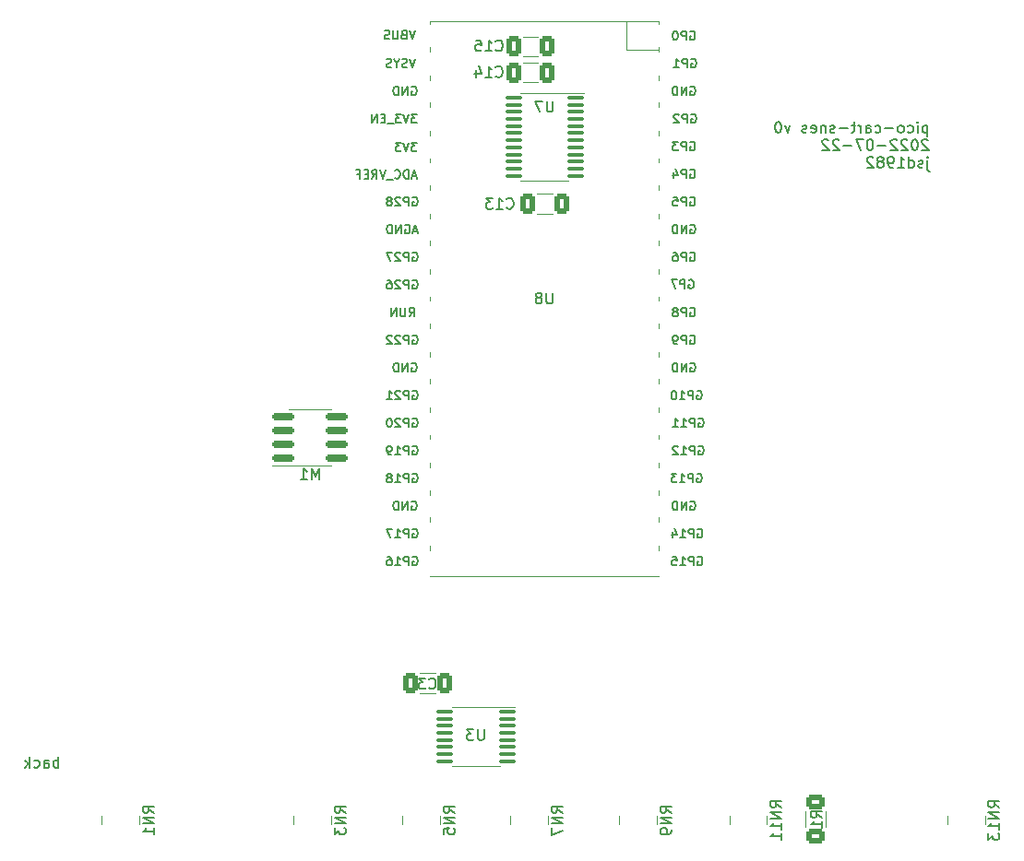
<source format=gbo>
G04 #@! TF.GenerationSoftware,KiCad,Pcbnew,(6.0.6)*
G04 #@! TF.CreationDate,2022-07-23T12:01:03-05:00*
G04 #@! TF.ProjectId,v0,76302e6b-6963-4616-945f-706362585858,v0*
G04 #@! TF.SameCoordinates,Original*
G04 #@! TF.FileFunction,Legend,Bot*
G04 #@! TF.FilePolarity,Positive*
%FSLAX46Y46*%
G04 Gerber Fmt 4.6, Leading zero omitted, Abs format (unit mm)*
G04 Created by KiCad (PCBNEW (6.0.6)) date 2022-07-23 12:01:03*
%MOMM*%
%LPD*%
G01*
G04 APERTURE LIST*
G04 Aperture macros list*
%AMRoundRect*
0 Rectangle with rounded corners*
0 $1 Rounding radius*
0 $2 $3 $4 $5 $6 $7 $8 $9 X,Y pos of 4 corners*
0 Add a 4 corners polygon primitive as box body*
4,1,4,$2,$3,$4,$5,$6,$7,$8,$9,$2,$3,0*
0 Add four circle primitives for the rounded corners*
1,1,$1+$1,$2,$3*
1,1,$1+$1,$4,$5*
1,1,$1+$1,$6,$7*
1,1,$1+$1,$8,$9*
0 Add four rect primitives between the rounded corners*
20,1,$1+$1,$2,$3,$4,$5,0*
20,1,$1+$1,$4,$5,$6,$7,0*
20,1,$1+$1,$6,$7,$8,$9,0*
20,1,$1+$1,$8,$9,$2,$3,0*%
G04 Aperture macros list end*
%ADD10C,0.150000*%
%ADD11C,0.120000*%
%ADD12RoundRect,0.150000X-0.825000X-0.150000X0.825000X-0.150000X0.825000X0.150000X-0.825000X0.150000X0*%
%ADD13R,12.499340X8.001000*%
%ADD14R,59.999880X8.001000*%
%ADD15R,1.700000X1.700000*%
%ADD16O,1.700000X1.700000*%
%ADD17R,0.400000X0.900000*%
%ADD18RoundRect,0.250000X-0.412500X-0.650000X0.412500X-0.650000X0.412500X0.650000X-0.412500X0.650000X0*%
%ADD19RoundRect,0.250000X0.412500X0.650000X-0.412500X0.650000X-0.412500X-0.650000X0.412500X-0.650000X0*%
%ADD20R,3.500000X1.700000*%
%ADD21RoundRect,0.100000X0.637500X0.100000X-0.637500X0.100000X-0.637500X-0.100000X0.637500X-0.100000X0*%
%ADD22RoundRect,0.250000X0.625000X-0.400000X0.625000X0.400000X-0.625000X0.400000X-0.625000X-0.400000X0*%
G04 APERTURE END LIST*
D10*
X172464404Y-55775714D02*
X172464404Y-56775714D01*
X172464404Y-55823333D02*
X172369166Y-55775714D01*
X172178690Y-55775714D01*
X172083452Y-55823333D01*
X172035833Y-55870952D01*
X171988214Y-55966190D01*
X171988214Y-56251904D01*
X172035833Y-56347142D01*
X172083452Y-56394761D01*
X172178690Y-56442380D01*
X172369166Y-56442380D01*
X172464404Y-56394761D01*
X171559642Y-56442380D02*
X171559642Y-55775714D01*
X171559642Y-55442380D02*
X171607261Y-55490000D01*
X171559642Y-55537619D01*
X171512023Y-55490000D01*
X171559642Y-55442380D01*
X171559642Y-55537619D01*
X170654880Y-56394761D02*
X170750119Y-56442380D01*
X170940595Y-56442380D01*
X171035833Y-56394761D01*
X171083452Y-56347142D01*
X171131071Y-56251904D01*
X171131071Y-55966190D01*
X171083452Y-55870952D01*
X171035833Y-55823333D01*
X170940595Y-55775714D01*
X170750119Y-55775714D01*
X170654880Y-55823333D01*
X170083452Y-56442380D02*
X170178690Y-56394761D01*
X170226309Y-56347142D01*
X170273928Y-56251904D01*
X170273928Y-55966190D01*
X170226309Y-55870952D01*
X170178690Y-55823333D01*
X170083452Y-55775714D01*
X169940595Y-55775714D01*
X169845357Y-55823333D01*
X169797738Y-55870952D01*
X169750119Y-55966190D01*
X169750119Y-56251904D01*
X169797738Y-56347142D01*
X169845357Y-56394761D01*
X169940595Y-56442380D01*
X170083452Y-56442380D01*
X169321547Y-56061428D02*
X168559642Y-56061428D01*
X167654880Y-56394761D02*
X167750119Y-56442380D01*
X167940595Y-56442380D01*
X168035833Y-56394761D01*
X168083452Y-56347142D01*
X168131071Y-56251904D01*
X168131071Y-55966190D01*
X168083452Y-55870952D01*
X168035833Y-55823333D01*
X167940595Y-55775714D01*
X167750119Y-55775714D01*
X167654880Y-55823333D01*
X166797738Y-56442380D02*
X166797738Y-55918571D01*
X166845357Y-55823333D01*
X166940595Y-55775714D01*
X167131071Y-55775714D01*
X167226309Y-55823333D01*
X166797738Y-56394761D02*
X166892976Y-56442380D01*
X167131071Y-56442380D01*
X167226309Y-56394761D01*
X167273928Y-56299523D01*
X167273928Y-56204285D01*
X167226309Y-56109047D01*
X167131071Y-56061428D01*
X166892976Y-56061428D01*
X166797738Y-56013809D01*
X166321547Y-56442380D02*
X166321547Y-55775714D01*
X166321547Y-55966190D02*
X166273928Y-55870952D01*
X166226309Y-55823333D01*
X166131071Y-55775714D01*
X166035833Y-55775714D01*
X165845357Y-55775714D02*
X165464404Y-55775714D01*
X165702500Y-55442380D02*
X165702500Y-56299523D01*
X165654880Y-56394761D01*
X165559642Y-56442380D01*
X165464404Y-56442380D01*
X165131071Y-56061428D02*
X164369166Y-56061428D01*
X163940595Y-56394761D02*
X163845357Y-56442380D01*
X163654880Y-56442380D01*
X163559642Y-56394761D01*
X163512023Y-56299523D01*
X163512023Y-56251904D01*
X163559642Y-56156666D01*
X163654880Y-56109047D01*
X163797738Y-56109047D01*
X163892976Y-56061428D01*
X163940595Y-55966190D01*
X163940595Y-55918571D01*
X163892976Y-55823333D01*
X163797738Y-55775714D01*
X163654880Y-55775714D01*
X163559642Y-55823333D01*
X163083452Y-55775714D02*
X163083452Y-56442380D01*
X163083452Y-55870952D02*
X163035833Y-55823333D01*
X162940595Y-55775714D01*
X162797738Y-55775714D01*
X162702500Y-55823333D01*
X162654880Y-55918571D01*
X162654880Y-56442380D01*
X161797738Y-56394761D02*
X161892976Y-56442380D01*
X162083452Y-56442380D01*
X162178690Y-56394761D01*
X162226309Y-56299523D01*
X162226309Y-55918571D01*
X162178690Y-55823333D01*
X162083452Y-55775714D01*
X161892976Y-55775714D01*
X161797738Y-55823333D01*
X161750119Y-55918571D01*
X161750119Y-56013809D01*
X162226309Y-56109047D01*
X161369166Y-56394761D02*
X161273928Y-56442380D01*
X161083452Y-56442380D01*
X160988214Y-56394761D01*
X160940595Y-56299523D01*
X160940595Y-56251904D01*
X160988214Y-56156666D01*
X161083452Y-56109047D01*
X161226309Y-56109047D01*
X161321547Y-56061428D01*
X161369166Y-55966190D01*
X161369166Y-55918571D01*
X161321547Y-55823333D01*
X161226309Y-55775714D01*
X161083452Y-55775714D01*
X160988214Y-55823333D01*
X159845357Y-55775714D02*
X159607261Y-56442380D01*
X159369166Y-55775714D01*
X158797738Y-55442380D02*
X158702500Y-55442380D01*
X158607261Y-55490000D01*
X158559642Y-55537619D01*
X158512023Y-55632857D01*
X158464404Y-55823333D01*
X158464404Y-56061428D01*
X158512023Y-56251904D01*
X158559642Y-56347142D01*
X158607261Y-56394761D01*
X158702500Y-56442380D01*
X158797738Y-56442380D01*
X158892976Y-56394761D01*
X158940595Y-56347142D01*
X158988214Y-56251904D01*
X159035833Y-56061428D01*
X159035833Y-55823333D01*
X158988214Y-55632857D01*
X158940595Y-55537619D01*
X158892976Y-55490000D01*
X158797738Y-55442380D01*
X172512023Y-57147619D02*
X172464404Y-57100000D01*
X172369166Y-57052380D01*
X172131071Y-57052380D01*
X172035833Y-57100000D01*
X171988214Y-57147619D01*
X171940595Y-57242857D01*
X171940595Y-57338095D01*
X171988214Y-57480952D01*
X172559642Y-58052380D01*
X171940595Y-58052380D01*
X171321547Y-57052380D02*
X171226309Y-57052380D01*
X171131071Y-57100000D01*
X171083452Y-57147619D01*
X171035833Y-57242857D01*
X170988214Y-57433333D01*
X170988214Y-57671428D01*
X171035833Y-57861904D01*
X171083452Y-57957142D01*
X171131071Y-58004761D01*
X171226309Y-58052380D01*
X171321547Y-58052380D01*
X171416785Y-58004761D01*
X171464404Y-57957142D01*
X171512023Y-57861904D01*
X171559642Y-57671428D01*
X171559642Y-57433333D01*
X171512023Y-57242857D01*
X171464404Y-57147619D01*
X171416785Y-57100000D01*
X171321547Y-57052380D01*
X170607261Y-57147619D02*
X170559642Y-57100000D01*
X170464404Y-57052380D01*
X170226309Y-57052380D01*
X170131071Y-57100000D01*
X170083452Y-57147619D01*
X170035833Y-57242857D01*
X170035833Y-57338095D01*
X170083452Y-57480952D01*
X170654880Y-58052380D01*
X170035833Y-58052380D01*
X169654880Y-57147619D02*
X169607261Y-57100000D01*
X169512023Y-57052380D01*
X169273928Y-57052380D01*
X169178690Y-57100000D01*
X169131071Y-57147619D01*
X169083452Y-57242857D01*
X169083452Y-57338095D01*
X169131071Y-57480952D01*
X169702500Y-58052380D01*
X169083452Y-58052380D01*
X168654880Y-57671428D02*
X167892976Y-57671428D01*
X167226309Y-57052380D02*
X167131071Y-57052380D01*
X167035833Y-57100000D01*
X166988214Y-57147619D01*
X166940595Y-57242857D01*
X166892976Y-57433333D01*
X166892976Y-57671428D01*
X166940595Y-57861904D01*
X166988214Y-57957142D01*
X167035833Y-58004761D01*
X167131071Y-58052380D01*
X167226309Y-58052380D01*
X167321547Y-58004761D01*
X167369166Y-57957142D01*
X167416785Y-57861904D01*
X167464404Y-57671428D01*
X167464404Y-57433333D01*
X167416785Y-57242857D01*
X167369166Y-57147619D01*
X167321547Y-57100000D01*
X167226309Y-57052380D01*
X166559642Y-57052380D02*
X165892976Y-57052380D01*
X166321547Y-58052380D01*
X165512023Y-57671428D02*
X164750119Y-57671428D01*
X164321547Y-57147619D02*
X164273928Y-57100000D01*
X164178690Y-57052380D01*
X163940595Y-57052380D01*
X163845357Y-57100000D01*
X163797738Y-57147619D01*
X163750119Y-57242857D01*
X163750119Y-57338095D01*
X163797738Y-57480952D01*
X164369166Y-58052380D01*
X163750119Y-58052380D01*
X163369166Y-57147619D02*
X163321547Y-57100000D01*
X163226309Y-57052380D01*
X162988214Y-57052380D01*
X162892976Y-57100000D01*
X162845357Y-57147619D01*
X162797738Y-57242857D01*
X162797738Y-57338095D01*
X162845357Y-57480952D01*
X163416785Y-58052380D01*
X162797738Y-58052380D01*
X172464404Y-58995714D02*
X172464404Y-59852857D01*
X172512023Y-59948095D01*
X172607261Y-59995714D01*
X172654880Y-59995714D01*
X172464404Y-58662380D02*
X172512023Y-58710000D01*
X172464404Y-58757619D01*
X172416785Y-58710000D01*
X172464404Y-58662380D01*
X172464404Y-58757619D01*
X172035833Y-59614761D02*
X171940595Y-59662380D01*
X171750119Y-59662380D01*
X171654880Y-59614761D01*
X171607261Y-59519523D01*
X171607261Y-59471904D01*
X171654880Y-59376666D01*
X171750119Y-59329047D01*
X171892976Y-59329047D01*
X171988214Y-59281428D01*
X172035833Y-59186190D01*
X172035833Y-59138571D01*
X171988214Y-59043333D01*
X171892976Y-58995714D01*
X171750119Y-58995714D01*
X171654880Y-59043333D01*
X170750119Y-59662380D02*
X170750119Y-58662380D01*
X170750119Y-59614761D02*
X170845357Y-59662380D01*
X171035833Y-59662380D01*
X171131071Y-59614761D01*
X171178690Y-59567142D01*
X171226309Y-59471904D01*
X171226309Y-59186190D01*
X171178690Y-59090952D01*
X171131071Y-59043333D01*
X171035833Y-58995714D01*
X170845357Y-58995714D01*
X170750119Y-59043333D01*
X169750119Y-59662380D02*
X170321547Y-59662380D01*
X170035833Y-59662380D02*
X170035833Y-58662380D01*
X170131071Y-58805238D01*
X170226309Y-58900476D01*
X170321547Y-58948095D01*
X169273928Y-59662380D02*
X169083452Y-59662380D01*
X168988214Y-59614761D01*
X168940595Y-59567142D01*
X168845357Y-59424285D01*
X168797738Y-59233809D01*
X168797738Y-58852857D01*
X168845357Y-58757619D01*
X168892976Y-58710000D01*
X168988214Y-58662380D01*
X169178690Y-58662380D01*
X169273928Y-58710000D01*
X169321547Y-58757619D01*
X169369166Y-58852857D01*
X169369166Y-59090952D01*
X169321547Y-59186190D01*
X169273928Y-59233809D01*
X169178690Y-59281428D01*
X168988214Y-59281428D01*
X168892976Y-59233809D01*
X168845357Y-59186190D01*
X168797738Y-59090952D01*
X168226309Y-59090952D02*
X168321547Y-59043333D01*
X168369166Y-58995714D01*
X168416785Y-58900476D01*
X168416785Y-58852857D01*
X168369166Y-58757619D01*
X168321547Y-58710000D01*
X168226309Y-58662380D01*
X168035833Y-58662380D01*
X167940595Y-58710000D01*
X167892976Y-58757619D01*
X167845357Y-58852857D01*
X167845357Y-58900476D01*
X167892976Y-58995714D01*
X167940595Y-59043333D01*
X168035833Y-59090952D01*
X168226309Y-59090952D01*
X168321547Y-59138571D01*
X168369166Y-59186190D01*
X168416785Y-59281428D01*
X168416785Y-59471904D01*
X168369166Y-59567142D01*
X168321547Y-59614761D01*
X168226309Y-59662380D01*
X168035833Y-59662380D01*
X167940595Y-59614761D01*
X167892976Y-59567142D01*
X167845357Y-59471904D01*
X167845357Y-59281428D01*
X167892976Y-59186190D01*
X167940595Y-59138571D01*
X168035833Y-59090952D01*
X167464404Y-58757619D02*
X167416785Y-58710000D01*
X167321547Y-58662380D01*
X167083452Y-58662380D01*
X166988214Y-58710000D01*
X166940595Y-58757619D01*
X166892976Y-58852857D01*
X166892976Y-58948095D01*
X166940595Y-59090952D01*
X167512023Y-59662380D01*
X166892976Y-59662380D01*
X92700000Y-114752380D02*
X92700000Y-113752380D01*
X92700000Y-114133333D02*
X92604761Y-114085714D01*
X92414285Y-114085714D01*
X92319047Y-114133333D01*
X92271428Y-114180952D01*
X92223809Y-114276190D01*
X92223809Y-114561904D01*
X92271428Y-114657142D01*
X92319047Y-114704761D01*
X92414285Y-114752380D01*
X92604761Y-114752380D01*
X92700000Y-114704761D01*
X91366666Y-114752380D02*
X91366666Y-114228571D01*
X91414285Y-114133333D01*
X91509523Y-114085714D01*
X91700000Y-114085714D01*
X91795238Y-114133333D01*
X91366666Y-114704761D02*
X91461904Y-114752380D01*
X91700000Y-114752380D01*
X91795238Y-114704761D01*
X91842857Y-114609523D01*
X91842857Y-114514285D01*
X91795238Y-114419047D01*
X91700000Y-114371428D01*
X91461904Y-114371428D01*
X91366666Y-114323809D01*
X90461904Y-114704761D02*
X90557142Y-114752380D01*
X90747619Y-114752380D01*
X90842857Y-114704761D01*
X90890476Y-114657142D01*
X90938095Y-114561904D01*
X90938095Y-114276190D01*
X90890476Y-114180952D01*
X90842857Y-114133333D01*
X90747619Y-114085714D01*
X90557142Y-114085714D01*
X90461904Y-114133333D01*
X90033333Y-114752380D02*
X90033333Y-113752380D01*
X89938095Y-114371428D02*
X89652380Y-114752380D01*
X89652380Y-114085714D02*
X90033333Y-114466666D01*
X116609523Y-88302380D02*
X116609523Y-87302380D01*
X116276190Y-88016666D01*
X115942857Y-87302380D01*
X115942857Y-88302380D01*
X114942857Y-88302380D02*
X115514285Y-88302380D01*
X115228571Y-88302380D02*
X115228571Y-87302380D01*
X115323809Y-87445238D01*
X115419047Y-87540476D01*
X115514285Y-87588095D01*
X129052380Y-118909523D02*
X128576190Y-118576190D01*
X129052380Y-118338095D02*
X128052380Y-118338095D01*
X128052380Y-118719047D01*
X128100000Y-118814285D01*
X128147619Y-118861904D01*
X128242857Y-118909523D01*
X128385714Y-118909523D01*
X128480952Y-118861904D01*
X128528571Y-118814285D01*
X128576190Y-118719047D01*
X128576190Y-118338095D01*
X129052380Y-119338095D02*
X128052380Y-119338095D01*
X129052380Y-119909523D01*
X128052380Y-119909523D01*
X128052380Y-120861904D02*
X128052380Y-120385714D01*
X128528571Y-120338095D01*
X128480952Y-120385714D01*
X128433333Y-120480952D01*
X128433333Y-120719047D01*
X128480952Y-120814285D01*
X128528571Y-120861904D01*
X128623809Y-120909523D01*
X128861904Y-120909523D01*
X128957142Y-120861904D01*
X129004761Y-120814285D01*
X129052380Y-120719047D01*
X129052380Y-120480952D01*
X129004761Y-120385714D01*
X128957142Y-120338095D01*
X132842857Y-51257142D02*
X132890476Y-51304761D01*
X133033333Y-51352380D01*
X133128571Y-51352380D01*
X133271428Y-51304761D01*
X133366666Y-51209523D01*
X133414285Y-51114285D01*
X133461904Y-50923809D01*
X133461904Y-50780952D01*
X133414285Y-50590476D01*
X133366666Y-50495238D01*
X133271428Y-50400000D01*
X133128571Y-50352380D01*
X133033333Y-50352380D01*
X132890476Y-50400000D01*
X132842857Y-50447619D01*
X131890476Y-51352380D02*
X132461904Y-51352380D01*
X132176190Y-51352380D02*
X132176190Y-50352380D01*
X132271428Y-50495238D01*
X132366666Y-50590476D01*
X132461904Y-50638095D01*
X131033333Y-50685714D02*
X131033333Y-51352380D01*
X131271428Y-50304761D02*
X131509523Y-51019047D01*
X130890476Y-51019047D01*
X126716666Y-107457142D02*
X126764285Y-107504761D01*
X126907142Y-107552380D01*
X127002380Y-107552380D01*
X127145238Y-107504761D01*
X127240476Y-107409523D01*
X127288095Y-107314285D01*
X127335714Y-107123809D01*
X127335714Y-106980952D01*
X127288095Y-106790476D01*
X127240476Y-106695238D01*
X127145238Y-106600000D01*
X127002380Y-106552380D01*
X126907142Y-106552380D01*
X126764285Y-106600000D01*
X126716666Y-106647619D01*
X126383333Y-106552380D02*
X125764285Y-106552380D01*
X126097619Y-106933333D01*
X125954761Y-106933333D01*
X125859523Y-106980952D01*
X125811904Y-107028571D01*
X125764285Y-107123809D01*
X125764285Y-107361904D01*
X125811904Y-107457142D01*
X125859523Y-107504761D01*
X125954761Y-107552380D01*
X126240476Y-107552380D01*
X126335714Y-107504761D01*
X126383333Y-107457142D01*
X101452380Y-118909523D02*
X100976190Y-118576190D01*
X101452380Y-118338095D02*
X100452380Y-118338095D01*
X100452380Y-118719047D01*
X100500000Y-118814285D01*
X100547619Y-118861904D01*
X100642857Y-118909523D01*
X100785714Y-118909523D01*
X100880952Y-118861904D01*
X100928571Y-118814285D01*
X100976190Y-118719047D01*
X100976190Y-118338095D01*
X101452380Y-119338095D02*
X100452380Y-119338095D01*
X101452380Y-119909523D01*
X100452380Y-119909523D01*
X101452380Y-120909523D02*
X101452380Y-120338095D01*
X101452380Y-120623809D02*
X100452380Y-120623809D01*
X100595238Y-120528571D01*
X100690476Y-120433333D01*
X100738095Y-120338095D01*
X179052380Y-118433333D02*
X178576190Y-118100000D01*
X179052380Y-117861904D02*
X178052380Y-117861904D01*
X178052380Y-118242857D01*
X178100000Y-118338095D01*
X178147619Y-118385714D01*
X178242857Y-118433333D01*
X178385714Y-118433333D01*
X178480952Y-118385714D01*
X178528571Y-118338095D01*
X178576190Y-118242857D01*
X178576190Y-117861904D01*
X179052380Y-118861904D02*
X178052380Y-118861904D01*
X179052380Y-119433333D01*
X178052380Y-119433333D01*
X179052380Y-120433333D02*
X179052380Y-119861904D01*
X179052380Y-120147619D02*
X178052380Y-120147619D01*
X178195238Y-120052380D01*
X178290476Y-119957142D01*
X178338095Y-119861904D01*
X178052380Y-120766666D02*
X178052380Y-121385714D01*
X178433333Y-121052380D01*
X178433333Y-121195238D01*
X178480952Y-121290476D01*
X178528571Y-121338095D01*
X178623809Y-121385714D01*
X178861904Y-121385714D01*
X178957142Y-121338095D01*
X179004761Y-121290476D01*
X179052380Y-121195238D01*
X179052380Y-120909523D01*
X179004761Y-120814285D01*
X178957142Y-120766666D01*
X138061904Y-71152380D02*
X138061904Y-71961904D01*
X138014285Y-72057142D01*
X137966666Y-72104761D01*
X137871428Y-72152380D01*
X137680952Y-72152380D01*
X137585714Y-72104761D01*
X137538095Y-72057142D01*
X137490476Y-71961904D01*
X137490476Y-71152380D01*
X136871428Y-71580952D02*
X136966666Y-71533333D01*
X137014285Y-71485714D01*
X137061904Y-71390476D01*
X137061904Y-71342857D01*
X137014285Y-71247619D01*
X136966666Y-71200000D01*
X136871428Y-71152380D01*
X136680952Y-71152380D01*
X136585714Y-71200000D01*
X136538095Y-71247619D01*
X136490476Y-71342857D01*
X136490476Y-71390476D01*
X136538095Y-71485714D01*
X136585714Y-71533333D01*
X136680952Y-71580952D01*
X136871428Y-71580952D01*
X136966666Y-71628571D01*
X137014285Y-71676190D01*
X137061904Y-71771428D01*
X137061904Y-71961904D01*
X137014285Y-72057142D01*
X136966666Y-72104761D01*
X136871428Y-72152380D01*
X136680952Y-72152380D01*
X136585714Y-72104761D01*
X136538095Y-72057142D01*
X136490476Y-71961904D01*
X136490476Y-71771428D01*
X136538095Y-71676190D01*
X136585714Y-71628571D01*
X136680952Y-71580952D01*
X125471428Y-49671904D02*
X125204761Y-50471904D01*
X124938095Y-49671904D01*
X124709523Y-50433809D02*
X124595238Y-50471904D01*
X124404761Y-50471904D01*
X124328571Y-50433809D01*
X124290476Y-50395714D01*
X124252380Y-50319523D01*
X124252380Y-50243333D01*
X124290476Y-50167142D01*
X124328571Y-50129047D01*
X124404761Y-50090952D01*
X124557142Y-50052857D01*
X124633333Y-50014761D01*
X124671428Y-49976666D01*
X124709523Y-49900476D01*
X124709523Y-49824285D01*
X124671428Y-49748095D01*
X124633333Y-49710000D01*
X124557142Y-49671904D01*
X124366666Y-49671904D01*
X124252380Y-49710000D01*
X123757142Y-50090952D02*
X123757142Y-50471904D01*
X124023809Y-49671904D02*
X123757142Y-50090952D01*
X123490476Y-49671904D01*
X123261904Y-50433809D02*
X123147619Y-50471904D01*
X122957142Y-50471904D01*
X122880952Y-50433809D01*
X122842857Y-50395714D01*
X122804761Y-50319523D01*
X122804761Y-50243333D01*
X122842857Y-50167142D01*
X122880952Y-50129047D01*
X122957142Y-50090952D01*
X123109523Y-50052857D01*
X123185714Y-50014761D01*
X123223809Y-49976666D01*
X123261904Y-49900476D01*
X123261904Y-49824285D01*
X123223809Y-49748095D01*
X123185714Y-49710000D01*
X123109523Y-49671904D01*
X122919047Y-49671904D01*
X122804761Y-49710000D01*
X150709523Y-64950000D02*
X150785714Y-64911904D01*
X150900000Y-64911904D01*
X151014285Y-64950000D01*
X151090476Y-65026190D01*
X151128571Y-65102380D01*
X151166666Y-65254761D01*
X151166666Y-65369047D01*
X151128571Y-65521428D01*
X151090476Y-65597619D01*
X151014285Y-65673809D01*
X150900000Y-65711904D01*
X150823809Y-65711904D01*
X150709523Y-65673809D01*
X150671428Y-65635714D01*
X150671428Y-65369047D01*
X150823809Y-65369047D01*
X150328571Y-65711904D02*
X150328571Y-64911904D01*
X149871428Y-65711904D01*
X149871428Y-64911904D01*
X149490476Y-65711904D02*
X149490476Y-64911904D01*
X149300000Y-64911904D01*
X149185714Y-64950000D01*
X149109523Y-65026190D01*
X149071428Y-65102380D01*
X149033333Y-65254761D01*
X149033333Y-65369047D01*
X149071428Y-65521428D01*
X149109523Y-65597619D01*
X149185714Y-65673809D01*
X149300000Y-65711904D01*
X149490476Y-65711904D01*
X125198380Y-70030000D02*
X125274571Y-69991904D01*
X125388857Y-69991904D01*
X125503142Y-70030000D01*
X125579333Y-70106190D01*
X125617428Y-70182380D01*
X125655523Y-70334761D01*
X125655523Y-70449047D01*
X125617428Y-70601428D01*
X125579333Y-70677619D01*
X125503142Y-70753809D01*
X125388857Y-70791904D01*
X125312666Y-70791904D01*
X125198380Y-70753809D01*
X125160285Y-70715714D01*
X125160285Y-70449047D01*
X125312666Y-70449047D01*
X124817428Y-70791904D02*
X124817428Y-69991904D01*
X124512666Y-69991904D01*
X124436476Y-70030000D01*
X124398380Y-70068095D01*
X124360285Y-70144285D01*
X124360285Y-70258571D01*
X124398380Y-70334761D01*
X124436476Y-70372857D01*
X124512666Y-70410952D01*
X124817428Y-70410952D01*
X124055523Y-70068095D02*
X124017428Y-70030000D01*
X123941238Y-69991904D01*
X123750761Y-69991904D01*
X123674571Y-70030000D01*
X123636476Y-70068095D01*
X123598380Y-70144285D01*
X123598380Y-70220476D01*
X123636476Y-70334761D01*
X124093619Y-70791904D01*
X123598380Y-70791904D01*
X122912666Y-69991904D02*
X123065047Y-69991904D01*
X123141238Y-70030000D01*
X123179333Y-70068095D01*
X123255523Y-70182380D01*
X123293619Y-70334761D01*
X123293619Y-70639523D01*
X123255523Y-70715714D01*
X123217428Y-70753809D01*
X123141238Y-70791904D01*
X122988857Y-70791904D01*
X122912666Y-70753809D01*
X122874571Y-70715714D01*
X122836476Y-70639523D01*
X122836476Y-70449047D01*
X122874571Y-70372857D01*
X122912666Y-70334761D01*
X122988857Y-70296666D01*
X123141238Y-70296666D01*
X123217428Y-70334761D01*
X123255523Y-70372857D01*
X123293619Y-70449047D01*
X150671428Y-62410000D02*
X150747619Y-62371904D01*
X150861904Y-62371904D01*
X150976190Y-62410000D01*
X151052380Y-62486190D01*
X151090476Y-62562380D01*
X151128571Y-62714761D01*
X151128571Y-62829047D01*
X151090476Y-62981428D01*
X151052380Y-63057619D01*
X150976190Y-63133809D01*
X150861904Y-63171904D01*
X150785714Y-63171904D01*
X150671428Y-63133809D01*
X150633333Y-63095714D01*
X150633333Y-62829047D01*
X150785714Y-62829047D01*
X150290476Y-63171904D02*
X150290476Y-62371904D01*
X149985714Y-62371904D01*
X149909523Y-62410000D01*
X149871428Y-62448095D01*
X149833333Y-62524285D01*
X149833333Y-62638571D01*
X149871428Y-62714761D01*
X149909523Y-62752857D01*
X149985714Y-62790952D01*
X150290476Y-62790952D01*
X149109523Y-62371904D02*
X149490476Y-62371904D01*
X149528571Y-62752857D01*
X149490476Y-62714761D01*
X149414285Y-62676666D01*
X149223809Y-62676666D01*
X149147619Y-62714761D01*
X149109523Y-62752857D01*
X149071428Y-62829047D01*
X149071428Y-63019523D01*
X149109523Y-63095714D01*
X149147619Y-63133809D01*
X149223809Y-63171904D01*
X149414285Y-63171904D01*
X149490476Y-63133809D01*
X149528571Y-63095714D01*
X150709523Y-77650000D02*
X150785714Y-77611904D01*
X150900000Y-77611904D01*
X151014285Y-77650000D01*
X151090476Y-77726190D01*
X151128571Y-77802380D01*
X151166666Y-77954761D01*
X151166666Y-78069047D01*
X151128571Y-78221428D01*
X151090476Y-78297619D01*
X151014285Y-78373809D01*
X150900000Y-78411904D01*
X150823809Y-78411904D01*
X150709523Y-78373809D01*
X150671428Y-78335714D01*
X150671428Y-78069047D01*
X150823809Y-78069047D01*
X150328571Y-78411904D02*
X150328571Y-77611904D01*
X149871428Y-78411904D01*
X149871428Y-77611904D01*
X149490476Y-78411904D02*
X149490476Y-77611904D01*
X149300000Y-77611904D01*
X149185714Y-77650000D01*
X149109523Y-77726190D01*
X149071428Y-77802380D01*
X149033333Y-77954761D01*
X149033333Y-78069047D01*
X149071428Y-78221428D01*
X149109523Y-78297619D01*
X149185714Y-78373809D01*
X149300000Y-78411904D01*
X149490476Y-78411904D01*
X151352380Y-95430000D02*
X151428571Y-95391904D01*
X151542857Y-95391904D01*
X151657142Y-95430000D01*
X151733333Y-95506190D01*
X151771428Y-95582380D01*
X151809523Y-95734761D01*
X151809523Y-95849047D01*
X151771428Y-96001428D01*
X151733333Y-96077619D01*
X151657142Y-96153809D01*
X151542857Y-96191904D01*
X151466666Y-96191904D01*
X151352380Y-96153809D01*
X151314285Y-96115714D01*
X151314285Y-95849047D01*
X151466666Y-95849047D01*
X150971428Y-96191904D02*
X150971428Y-95391904D01*
X150666666Y-95391904D01*
X150590476Y-95430000D01*
X150552380Y-95468095D01*
X150514285Y-95544285D01*
X150514285Y-95658571D01*
X150552380Y-95734761D01*
X150590476Y-95772857D01*
X150666666Y-95810952D01*
X150971428Y-95810952D01*
X149752380Y-96191904D02*
X150209523Y-96191904D01*
X149980952Y-96191904D02*
X149980952Y-95391904D01*
X150057142Y-95506190D01*
X150133333Y-95582380D01*
X150209523Y-95620476D01*
X149028571Y-95391904D02*
X149409523Y-95391904D01*
X149447619Y-95772857D01*
X149409523Y-95734761D01*
X149333333Y-95696666D01*
X149142857Y-95696666D01*
X149066666Y-95734761D01*
X149028571Y-95772857D01*
X148990476Y-95849047D01*
X148990476Y-96039523D01*
X149028571Y-96115714D01*
X149066666Y-96153809D01*
X149142857Y-96191904D01*
X149333333Y-96191904D01*
X149409523Y-96153809D01*
X149447619Y-96115714D01*
X150771428Y-54790000D02*
X150847619Y-54751904D01*
X150961904Y-54751904D01*
X151076190Y-54790000D01*
X151152380Y-54866190D01*
X151190476Y-54942380D01*
X151228571Y-55094761D01*
X151228571Y-55209047D01*
X151190476Y-55361428D01*
X151152380Y-55437619D01*
X151076190Y-55513809D01*
X150961904Y-55551904D01*
X150885714Y-55551904D01*
X150771428Y-55513809D01*
X150733333Y-55475714D01*
X150733333Y-55209047D01*
X150885714Y-55209047D01*
X150390476Y-55551904D02*
X150390476Y-54751904D01*
X150085714Y-54751904D01*
X150009523Y-54790000D01*
X149971428Y-54828095D01*
X149933333Y-54904285D01*
X149933333Y-55018571D01*
X149971428Y-55094761D01*
X150009523Y-55132857D01*
X150085714Y-55170952D01*
X150390476Y-55170952D01*
X149628571Y-54828095D02*
X149590476Y-54790000D01*
X149514285Y-54751904D01*
X149323809Y-54751904D01*
X149247619Y-54790000D01*
X149209523Y-54828095D01*
X149171428Y-54904285D01*
X149171428Y-54980476D01*
X149209523Y-55094761D01*
X149666666Y-55551904D01*
X149171428Y-55551904D01*
X125198380Y-82730000D02*
X125274571Y-82691904D01*
X125388857Y-82691904D01*
X125503142Y-82730000D01*
X125579333Y-82806190D01*
X125617428Y-82882380D01*
X125655523Y-83034761D01*
X125655523Y-83149047D01*
X125617428Y-83301428D01*
X125579333Y-83377619D01*
X125503142Y-83453809D01*
X125388857Y-83491904D01*
X125312666Y-83491904D01*
X125198380Y-83453809D01*
X125160285Y-83415714D01*
X125160285Y-83149047D01*
X125312666Y-83149047D01*
X124817428Y-83491904D02*
X124817428Y-82691904D01*
X124512666Y-82691904D01*
X124436476Y-82730000D01*
X124398380Y-82768095D01*
X124360285Y-82844285D01*
X124360285Y-82958571D01*
X124398380Y-83034761D01*
X124436476Y-83072857D01*
X124512666Y-83110952D01*
X124817428Y-83110952D01*
X124055523Y-82768095D02*
X124017428Y-82730000D01*
X123941238Y-82691904D01*
X123750761Y-82691904D01*
X123674571Y-82730000D01*
X123636476Y-82768095D01*
X123598380Y-82844285D01*
X123598380Y-82920476D01*
X123636476Y-83034761D01*
X124093619Y-83491904D01*
X123598380Y-83491904D01*
X123103142Y-82691904D02*
X123026952Y-82691904D01*
X122950761Y-82730000D01*
X122912666Y-82768095D01*
X122874571Y-82844285D01*
X122836476Y-82996666D01*
X122836476Y-83187142D01*
X122874571Y-83339523D01*
X122912666Y-83415714D01*
X122950761Y-83453809D01*
X123026952Y-83491904D01*
X123103142Y-83491904D01*
X123179333Y-83453809D01*
X123217428Y-83415714D01*
X123255523Y-83339523D01*
X123293619Y-83187142D01*
X123293619Y-82996666D01*
X123255523Y-82844285D01*
X123217428Y-82768095D01*
X123179333Y-82730000D01*
X123103142Y-82691904D01*
X125198380Y-87810000D02*
X125274571Y-87771904D01*
X125388857Y-87771904D01*
X125503142Y-87810000D01*
X125579333Y-87886190D01*
X125617428Y-87962380D01*
X125655523Y-88114761D01*
X125655523Y-88229047D01*
X125617428Y-88381428D01*
X125579333Y-88457619D01*
X125503142Y-88533809D01*
X125388857Y-88571904D01*
X125312666Y-88571904D01*
X125198380Y-88533809D01*
X125160285Y-88495714D01*
X125160285Y-88229047D01*
X125312666Y-88229047D01*
X124817428Y-88571904D02*
X124817428Y-87771904D01*
X124512666Y-87771904D01*
X124436476Y-87810000D01*
X124398380Y-87848095D01*
X124360285Y-87924285D01*
X124360285Y-88038571D01*
X124398380Y-88114761D01*
X124436476Y-88152857D01*
X124512666Y-88190952D01*
X124817428Y-88190952D01*
X123598380Y-88571904D02*
X124055523Y-88571904D01*
X123826952Y-88571904D02*
X123826952Y-87771904D01*
X123903142Y-87886190D01*
X123979333Y-87962380D01*
X124055523Y-88000476D01*
X123141238Y-88114761D02*
X123217428Y-88076666D01*
X123255523Y-88038571D01*
X123293619Y-87962380D01*
X123293619Y-87924285D01*
X123255523Y-87848095D01*
X123217428Y-87810000D01*
X123141238Y-87771904D01*
X122988857Y-87771904D01*
X122912666Y-87810000D01*
X122874571Y-87848095D01*
X122836476Y-87924285D01*
X122836476Y-87962380D01*
X122874571Y-88038571D01*
X122912666Y-88076666D01*
X122988857Y-88114761D01*
X123141238Y-88114761D01*
X123217428Y-88152857D01*
X123255523Y-88190952D01*
X123293619Y-88267142D01*
X123293619Y-88419523D01*
X123255523Y-88495714D01*
X123217428Y-88533809D01*
X123141238Y-88571904D01*
X122988857Y-88571904D01*
X122912666Y-88533809D01*
X122874571Y-88495714D01*
X122836476Y-88419523D01*
X122836476Y-88267142D01*
X122874571Y-88190952D01*
X122912666Y-88152857D01*
X122988857Y-88114761D01*
X125198380Y-95430000D02*
X125274571Y-95391904D01*
X125388857Y-95391904D01*
X125503142Y-95430000D01*
X125579333Y-95506190D01*
X125617428Y-95582380D01*
X125655523Y-95734761D01*
X125655523Y-95849047D01*
X125617428Y-96001428D01*
X125579333Y-96077619D01*
X125503142Y-96153809D01*
X125388857Y-96191904D01*
X125312666Y-96191904D01*
X125198380Y-96153809D01*
X125160285Y-96115714D01*
X125160285Y-95849047D01*
X125312666Y-95849047D01*
X124817428Y-96191904D02*
X124817428Y-95391904D01*
X124512666Y-95391904D01*
X124436476Y-95430000D01*
X124398380Y-95468095D01*
X124360285Y-95544285D01*
X124360285Y-95658571D01*
X124398380Y-95734761D01*
X124436476Y-95772857D01*
X124512666Y-95810952D01*
X124817428Y-95810952D01*
X123598380Y-96191904D02*
X124055523Y-96191904D01*
X123826952Y-96191904D02*
X123826952Y-95391904D01*
X123903142Y-95506190D01*
X123979333Y-95582380D01*
X124055523Y-95620476D01*
X122912666Y-95391904D02*
X123065047Y-95391904D01*
X123141238Y-95430000D01*
X123179333Y-95468095D01*
X123255523Y-95582380D01*
X123293619Y-95734761D01*
X123293619Y-96039523D01*
X123255523Y-96115714D01*
X123217428Y-96153809D01*
X123141238Y-96191904D01*
X122988857Y-96191904D01*
X122912666Y-96153809D01*
X122874571Y-96115714D01*
X122836476Y-96039523D01*
X122836476Y-95849047D01*
X122874571Y-95772857D01*
X122912666Y-95734761D01*
X122988857Y-95696666D01*
X123141238Y-95696666D01*
X123217428Y-95734761D01*
X123255523Y-95772857D01*
X123293619Y-95849047D01*
X124890476Y-73331904D02*
X125157142Y-72950952D01*
X125347619Y-73331904D02*
X125347619Y-72531904D01*
X125042857Y-72531904D01*
X124966666Y-72570000D01*
X124928571Y-72608095D01*
X124890476Y-72684285D01*
X124890476Y-72798571D01*
X124928571Y-72874761D01*
X124966666Y-72912857D01*
X125042857Y-72950952D01*
X125347619Y-72950952D01*
X124547619Y-72531904D02*
X124547619Y-73179523D01*
X124509523Y-73255714D01*
X124471428Y-73293809D01*
X124395238Y-73331904D01*
X124242857Y-73331904D01*
X124166666Y-73293809D01*
X124128571Y-73255714D01*
X124090476Y-73179523D01*
X124090476Y-72531904D01*
X123709523Y-73331904D02*
X123709523Y-72531904D01*
X123252380Y-73331904D01*
X123252380Y-72531904D01*
X125198380Y-75110000D02*
X125274571Y-75071904D01*
X125388857Y-75071904D01*
X125503142Y-75110000D01*
X125579333Y-75186190D01*
X125617428Y-75262380D01*
X125655523Y-75414761D01*
X125655523Y-75529047D01*
X125617428Y-75681428D01*
X125579333Y-75757619D01*
X125503142Y-75833809D01*
X125388857Y-75871904D01*
X125312666Y-75871904D01*
X125198380Y-75833809D01*
X125160285Y-75795714D01*
X125160285Y-75529047D01*
X125312666Y-75529047D01*
X124817428Y-75871904D02*
X124817428Y-75071904D01*
X124512666Y-75071904D01*
X124436476Y-75110000D01*
X124398380Y-75148095D01*
X124360285Y-75224285D01*
X124360285Y-75338571D01*
X124398380Y-75414761D01*
X124436476Y-75452857D01*
X124512666Y-75490952D01*
X124817428Y-75490952D01*
X124055523Y-75148095D02*
X124017428Y-75110000D01*
X123941238Y-75071904D01*
X123750761Y-75071904D01*
X123674571Y-75110000D01*
X123636476Y-75148095D01*
X123598380Y-75224285D01*
X123598380Y-75300476D01*
X123636476Y-75414761D01*
X124093619Y-75871904D01*
X123598380Y-75871904D01*
X123293619Y-75148095D02*
X123255523Y-75110000D01*
X123179333Y-75071904D01*
X122988857Y-75071904D01*
X122912666Y-75110000D01*
X122874571Y-75148095D01*
X122836476Y-75224285D01*
X122836476Y-75300476D01*
X122874571Y-75414761D01*
X123331714Y-75871904D01*
X122836476Y-75871904D01*
X150671428Y-72570000D02*
X150747619Y-72531904D01*
X150861904Y-72531904D01*
X150976190Y-72570000D01*
X151052380Y-72646190D01*
X151090476Y-72722380D01*
X151128571Y-72874761D01*
X151128571Y-72989047D01*
X151090476Y-73141428D01*
X151052380Y-73217619D01*
X150976190Y-73293809D01*
X150861904Y-73331904D01*
X150785714Y-73331904D01*
X150671428Y-73293809D01*
X150633333Y-73255714D01*
X150633333Y-72989047D01*
X150785714Y-72989047D01*
X150290476Y-73331904D02*
X150290476Y-72531904D01*
X149985714Y-72531904D01*
X149909523Y-72570000D01*
X149871428Y-72608095D01*
X149833333Y-72684285D01*
X149833333Y-72798571D01*
X149871428Y-72874761D01*
X149909523Y-72912857D01*
X149985714Y-72950952D01*
X150290476Y-72950952D01*
X149376190Y-72874761D02*
X149452380Y-72836666D01*
X149490476Y-72798571D01*
X149528571Y-72722380D01*
X149528571Y-72684285D01*
X149490476Y-72608095D01*
X149452380Y-72570000D01*
X149376190Y-72531904D01*
X149223809Y-72531904D01*
X149147619Y-72570000D01*
X149109523Y-72608095D01*
X149071428Y-72684285D01*
X149071428Y-72722380D01*
X149109523Y-72798571D01*
X149147619Y-72836666D01*
X149223809Y-72874761D01*
X149376190Y-72874761D01*
X149452380Y-72912857D01*
X149490476Y-72950952D01*
X149528571Y-73027142D01*
X149528571Y-73179523D01*
X149490476Y-73255714D01*
X149452380Y-73293809D01*
X149376190Y-73331904D01*
X149223809Y-73331904D01*
X149147619Y-73293809D01*
X149109523Y-73255714D01*
X149071428Y-73179523D01*
X149071428Y-73027142D01*
X149109523Y-72950952D01*
X149147619Y-72912857D01*
X149223809Y-72874761D01*
X151452380Y-82730000D02*
X151528571Y-82691904D01*
X151642857Y-82691904D01*
X151757142Y-82730000D01*
X151833333Y-82806190D01*
X151871428Y-82882380D01*
X151909523Y-83034761D01*
X151909523Y-83149047D01*
X151871428Y-83301428D01*
X151833333Y-83377619D01*
X151757142Y-83453809D01*
X151642857Y-83491904D01*
X151566666Y-83491904D01*
X151452380Y-83453809D01*
X151414285Y-83415714D01*
X151414285Y-83149047D01*
X151566666Y-83149047D01*
X151071428Y-83491904D02*
X151071428Y-82691904D01*
X150766666Y-82691904D01*
X150690476Y-82730000D01*
X150652380Y-82768095D01*
X150614285Y-82844285D01*
X150614285Y-82958571D01*
X150652380Y-83034761D01*
X150690476Y-83072857D01*
X150766666Y-83110952D01*
X151071428Y-83110952D01*
X149852380Y-83491904D02*
X150309523Y-83491904D01*
X150080952Y-83491904D02*
X150080952Y-82691904D01*
X150157142Y-82806190D01*
X150233333Y-82882380D01*
X150309523Y-82920476D01*
X149090476Y-83491904D02*
X149547619Y-83491904D01*
X149319047Y-83491904D02*
X149319047Y-82691904D01*
X149395238Y-82806190D01*
X149471428Y-82882380D01*
X149547619Y-82920476D01*
X125109523Y-77650000D02*
X125185714Y-77611904D01*
X125300000Y-77611904D01*
X125414285Y-77650000D01*
X125490476Y-77726190D01*
X125528571Y-77802380D01*
X125566666Y-77954761D01*
X125566666Y-78069047D01*
X125528571Y-78221428D01*
X125490476Y-78297619D01*
X125414285Y-78373809D01*
X125300000Y-78411904D01*
X125223809Y-78411904D01*
X125109523Y-78373809D01*
X125071428Y-78335714D01*
X125071428Y-78069047D01*
X125223809Y-78069047D01*
X124728571Y-78411904D02*
X124728571Y-77611904D01*
X124271428Y-78411904D01*
X124271428Y-77611904D01*
X123890476Y-78411904D02*
X123890476Y-77611904D01*
X123700000Y-77611904D01*
X123585714Y-77650000D01*
X123509523Y-77726190D01*
X123471428Y-77802380D01*
X123433333Y-77954761D01*
X123433333Y-78069047D01*
X123471428Y-78221428D01*
X123509523Y-78297619D01*
X123585714Y-78373809D01*
X123700000Y-78411904D01*
X123890476Y-78411904D01*
X125198380Y-85270000D02*
X125274571Y-85231904D01*
X125388857Y-85231904D01*
X125503142Y-85270000D01*
X125579333Y-85346190D01*
X125617428Y-85422380D01*
X125655523Y-85574761D01*
X125655523Y-85689047D01*
X125617428Y-85841428D01*
X125579333Y-85917619D01*
X125503142Y-85993809D01*
X125388857Y-86031904D01*
X125312666Y-86031904D01*
X125198380Y-85993809D01*
X125160285Y-85955714D01*
X125160285Y-85689047D01*
X125312666Y-85689047D01*
X124817428Y-86031904D02*
X124817428Y-85231904D01*
X124512666Y-85231904D01*
X124436476Y-85270000D01*
X124398380Y-85308095D01*
X124360285Y-85384285D01*
X124360285Y-85498571D01*
X124398380Y-85574761D01*
X124436476Y-85612857D01*
X124512666Y-85650952D01*
X124817428Y-85650952D01*
X123598380Y-86031904D02*
X124055523Y-86031904D01*
X123826952Y-86031904D02*
X123826952Y-85231904D01*
X123903142Y-85346190D01*
X123979333Y-85422380D01*
X124055523Y-85460476D01*
X123217428Y-86031904D02*
X123065047Y-86031904D01*
X122988857Y-85993809D01*
X122950761Y-85955714D01*
X122874571Y-85841428D01*
X122836476Y-85689047D01*
X122836476Y-85384285D01*
X122874571Y-85308095D01*
X122912666Y-85270000D01*
X122988857Y-85231904D01*
X123141238Y-85231904D01*
X123217428Y-85270000D01*
X123255523Y-85308095D01*
X123293619Y-85384285D01*
X123293619Y-85574761D01*
X123255523Y-85650952D01*
X123217428Y-85689047D01*
X123141238Y-85727142D01*
X122988857Y-85727142D01*
X122912666Y-85689047D01*
X122874571Y-85650952D01*
X122836476Y-85574761D01*
X150709523Y-52250000D02*
X150785714Y-52211904D01*
X150900000Y-52211904D01*
X151014285Y-52250000D01*
X151090476Y-52326190D01*
X151128571Y-52402380D01*
X151166666Y-52554761D01*
X151166666Y-52669047D01*
X151128571Y-52821428D01*
X151090476Y-52897619D01*
X151014285Y-52973809D01*
X150900000Y-53011904D01*
X150823809Y-53011904D01*
X150709523Y-52973809D01*
X150671428Y-52935714D01*
X150671428Y-52669047D01*
X150823809Y-52669047D01*
X150328571Y-53011904D02*
X150328571Y-52211904D01*
X149871428Y-53011904D01*
X149871428Y-52211904D01*
X149490476Y-53011904D02*
X149490476Y-52211904D01*
X149300000Y-52211904D01*
X149185714Y-52250000D01*
X149109523Y-52326190D01*
X149071428Y-52402380D01*
X149033333Y-52554761D01*
X149033333Y-52669047D01*
X149071428Y-52821428D01*
X149109523Y-52897619D01*
X149185714Y-52973809D01*
X149300000Y-53011904D01*
X149490476Y-53011904D01*
X150671428Y-67490000D02*
X150747619Y-67451904D01*
X150861904Y-67451904D01*
X150976190Y-67490000D01*
X151052380Y-67566190D01*
X151090476Y-67642380D01*
X151128571Y-67794761D01*
X151128571Y-67909047D01*
X151090476Y-68061428D01*
X151052380Y-68137619D01*
X150976190Y-68213809D01*
X150861904Y-68251904D01*
X150785714Y-68251904D01*
X150671428Y-68213809D01*
X150633333Y-68175714D01*
X150633333Y-67909047D01*
X150785714Y-67909047D01*
X150290476Y-68251904D02*
X150290476Y-67451904D01*
X149985714Y-67451904D01*
X149909523Y-67490000D01*
X149871428Y-67528095D01*
X149833333Y-67604285D01*
X149833333Y-67718571D01*
X149871428Y-67794761D01*
X149909523Y-67832857D01*
X149985714Y-67870952D01*
X150290476Y-67870952D01*
X149147619Y-67451904D02*
X149300000Y-67451904D01*
X149376190Y-67490000D01*
X149414285Y-67528095D01*
X149490476Y-67642380D01*
X149528571Y-67794761D01*
X149528571Y-68099523D01*
X149490476Y-68175714D01*
X149452380Y-68213809D01*
X149376190Y-68251904D01*
X149223809Y-68251904D01*
X149147619Y-68213809D01*
X149109523Y-68175714D01*
X149071428Y-68099523D01*
X149071428Y-67909047D01*
X149109523Y-67832857D01*
X149147619Y-67794761D01*
X149223809Y-67756666D01*
X149376190Y-67756666D01*
X149452380Y-67794761D01*
X149490476Y-67832857D01*
X149528571Y-67909047D01*
X150671428Y-47170000D02*
X150747619Y-47131904D01*
X150861904Y-47131904D01*
X150976190Y-47170000D01*
X151052380Y-47246190D01*
X151090476Y-47322380D01*
X151128571Y-47474761D01*
X151128571Y-47589047D01*
X151090476Y-47741428D01*
X151052380Y-47817619D01*
X150976190Y-47893809D01*
X150861904Y-47931904D01*
X150785714Y-47931904D01*
X150671428Y-47893809D01*
X150633333Y-47855714D01*
X150633333Y-47589047D01*
X150785714Y-47589047D01*
X150290476Y-47931904D02*
X150290476Y-47131904D01*
X149985714Y-47131904D01*
X149909523Y-47170000D01*
X149871428Y-47208095D01*
X149833333Y-47284285D01*
X149833333Y-47398571D01*
X149871428Y-47474761D01*
X149909523Y-47512857D01*
X149985714Y-47550952D01*
X150290476Y-47550952D01*
X149338095Y-47131904D02*
X149261904Y-47131904D01*
X149185714Y-47170000D01*
X149147619Y-47208095D01*
X149109523Y-47284285D01*
X149071428Y-47436666D01*
X149071428Y-47627142D01*
X149109523Y-47779523D01*
X149147619Y-47855714D01*
X149185714Y-47893809D01*
X149261904Y-47931904D01*
X149338095Y-47931904D01*
X149414285Y-47893809D01*
X149452380Y-47855714D01*
X149490476Y-47779523D01*
X149528571Y-47627142D01*
X149528571Y-47436666D01*
X149490476Y-47284285D01*
X149452380Y-47208095D01*
X149414285Y-47170000D01*
X149338095Y-47131904D01*
X150571428Y-70000000D02*
X150647619Y-69961904D01*
X150761904Y-69961904D01*
X150876190Y-70000000D01*
X150952380Y-70076190D01*
X150990476Y-70152380D01*
X151028571Y-70304761D01*
X151028571Y-70419047D01*
X150990476Y-70571428D01*
X150952380Y-70647619D01*
X150876190Y-70723809D01*
X150761904Y-70761904D01*
X150685714Y-70761904D01*
X150571428Y-70723809D01*
X150533333Y-70685714D01*
X150533333Y-70419047D01*
X150685714Y-70419047D01*
X150190476Y-70761904D02*
X150190476Y-69961904D01*
X149885714Y-69961904D01*
X149809523Y-70000000D01*
X149771428Y-70038095D01*
X149733333Y-70114285D01*
X149733333Y-70228571D01*
X149771428Y-70304761D01*
X149809523Y-70342857D01*
X149885714Y-70380952D01*
X150190476Y-70380952D01*
X149466666Y-69961904D02*
X148933333Y-69961904D01*
X149276190Y-70761904D01*
X125576190Y-54761904D02*
X125080952Y-54761904D01*
X125347619Y-55066666D01*
X125233333Y-55066666D01*
X125157142Y-55104761D01*
X125119047Y-55142857D01*
X125080952Y-55219047D01*
X125080952Y-55409523D01*
X125119047Y-55485714D01*
X125157142Y-55523809D01*
X125233333Y-55561904D01*
X125461904Y-55561904D01*
X125538095Y-55523809D01*
X125576190Y-55485714D01*
X124852380Y-54761904D02*
X124585714Y-55561904D01*
X124319047Y-54761904D01*
X124128571Y-54761904D02*
X123633333Y-54761904D01*
X123900000Y-55066666D01*
X123785714Y-55066666D01*
X123709523Y-55104761D01*
X123671428Y-55142857D01*
X123633333Y-55219047D01*
X123633333Y-55409523D01*
X123671428Y-55485714D01*
X123709523Y-55523809D01*
X123785714Y-55561904D01*
X124014285Y-55561904D01*
X124090476Y-55523809D01*
X124128571Y-55485714D01*
X123480952Y-55638095D02*
X122871428Y-55638095D01*
X122680952Y-55142857D02*
X122414285Y-55142857D01*
X122300000Y-55561904D02*
X122680952Y-55561904D01*
X122680952Y-54761904D01*
X122300000Y-54761904D01*
X121957142Y-55561904D02*
X121957142Y-54761904D01*
X121500000Y-55561904D01*
X121500000Y-54761904D01*
X125198380Y-92890000D02*
X125274571Y-92851904D01*
X125388857Y-92851904D01*
X125503142Y-92890000D01*
X125579333Y-92966190D01*
X125617428Y-93042380D01*
X125655523Y-93194761D01*
X125655523Y-93309047D01*
X125617428Y-93461428D01*
X125579333Y-93537619D01*
X125503142Y-93613809D01*
X125388857Y-93651904D01*
X125312666Y-93651904D01*
X125198380Y-93613809D01*
X125160285Y-93575714D01*
X125160285Y-93309047D01*
X125312666Y-93309047D01*
X124817428Y-93651904D02*
X124817428Y-92851904D01*
X124512666Y-92851904D01*
X124436476Y-92890000D01*
X124398380Y-92928095D01*
X124360285Y-93004285D01*
X124360285Y-93118571D01*
X124398380Y-93194761D01*
X124436476Y-93232857D01*
X124512666Y-93270952D01*
X124817428Y-93270952D01*
X123598380Y-93651904D02*
X124055523Y-93651904D01*
X123826952Y-93651904D02*
X123826952Y-92851904D01*
X123903142Y-92966190D01*
X123979333Y-93042380D01*
X124055523Y-93080476D01*
X123331714Y-92851904D02*
X122798380Y-92851904D01*
X123141238Y-93651904D01*
X125542857Y-60433333D02*
X125161904Y-60433333D01*
X125619047Y-60661904D02*
X125352380Y-59861904D01*
X125085714Y-60661904D01*
X124819047Y-60661904D02*
X124819047Y-59861904D01*
X124628571Y-59861904D01*
X124514285Y-59900000D01*
X124438095Y-59976190D01*
X124400000Y-60052380D01*
X124361904Y-60204761D01*
X124361904Y-60319047D01*
X124400000Y-60471428D01*
X124438095Y-60547619D01*
X124514285Y-60623809D01*
X124628571Y-60661904D01*
X124819047Y-60661904D01*
X123561904Y-60585714D02*
X123600000Y-60623809D01*
X123714285Y-60661904D01*
X123790476Y-60661904D01*
X123904761Y-60623809D01*
X123980952Y-60547619D01*
X124019047Y-60471428D01*
X124057142Y-60319047D01*
X124057142Y-60204761D01*
X124019047Y-60052380D01*
X123980952Y-59976190D01*
X123904761Y-59900000D01*
X123790476Y-59861904D01*
X123714285Y-59861904D01*
X123600000Y-59900000D01*
X123561904Y-59938095D01*
X123409523Y-60738095D02*
X122800000Y-60738095D01*
X122723809Y-59861904D02*
X122457142Y-60661904D01*
X122190476Y-59861904D01*
X121466666Y-60661904D02*
X121733333Y-60280952D01*
X121923809Y-60661904D02*
X121923809Y-59861904D01*
X121619047Y-59861904D01*
X121542857Y-59900000D01*
X121504761Y-59938095D01*
X121466666Y-60014285D01*
X121466666Y-60128571D01*
X121504761Y-60204761D01*
X121542857Y-60242857D01*
X121619047Y-60280952D01*
X121923809Y-60280952D01*
X121123809Y-60242857D02*
X120857142Y-60242857D01*
X120742857Y-60661904D02*
X121123809Y-60661904D01*
X121123809Y-59861904D01*
X120742857Y-59861904D01*
X120133333Y-60242857D02*
X120400000Y-60242857D01*
X120400000Y-60661904D02*
X120400000Y-59861904D01*
X120019047Y-59861904D01*
X125590476Y-57361904D02*
X125095238Y-57361904D01*
X125361904Y-57666666D01*
X125247619Y-57666666D01*
X125171428Y-57704761D01*
X125133333Y-57742857D01*
X125095238Y-57819047D01*
X125095238Y-58009523D01*
X125133333Y-58085714D01*
X125171428Y-58123809D01*
X125247619Y-58161904D01*
X125476190Y-58161904D01*
X125552380Y-58123809D01*
X125590476Y-58085714D01*
X124866666Y-57361904D02*
X124600000Y-58161904D01*
X124333333Y-57361904D01*
X124142857Y-57361904D02*
X123647619Y-57361904D01*
X123914285Y-57666666D01*
X123800000Y-57666666D01*
X123723809Y-57704761D01*
X123685714Y-57742857D01*
X123647619Y-57819047D01*
X123647619Y-58009523D01*
X123685714Y-58085714D01*
X123723809Y-58123809D01*
X123800000Y-58161904D01*
X124028571Y-58161904D01*
X124104761Y-58123809D01*
X124142857Y-58085714D01*
X151306380Y-80190000D02*
X151382571Y-80151904D01*
X151496857Y-80151904D01*
X151611142Y-80190000D01*
X151687333Y-80266190D01*
X151725428Y-80342380D01*
X151763523Y-80494761D01*
X151763523Y-80609047D01*
X151725428Y-80761428D01*
X151687333Y-80837619D01*
X151611142Y-80913809D01*
X151496857Y-80951904D01*
X151420666Y-80951904D01*
X151306380Y-80913809D01*
X151268285Y-80875714D01*
X151268285Y-80609047D01*
X151420666Y-80609047D01*
X150925428Y-80951904D02*
X150925428Y-80151904D01*
X150620666Y-80151904D01*
X150544476Y-80190000D01*
X150506380Y-80228095D01*
X150468285Y-80304285D01*
X150468285Y-80418571D01*
X150506380Y-80494761D01*
X150544476Y-80532857D01*
X150620666Y-80570952D01*
X150925428Y-80570952D01*
X149706380Y-80951904D02*
X150163523Y-80951904D01*
X149934952Y-80951904D02*
X149934952Y-80151904D01*
X150011142Y-80266190D01*
X150087333Y-80342380D01*
X150163523Y-80380476D01*
X149211142Y-80151904D02*
X149134952Y-80151904D01*
X149058761Y-80190000D01*
X149020666Y-80228095D01*
X148982571Y-80304285D01*
X148944476Y-80456666D01*
X148944476Y-80647142D01*
X148982571Y-80799523D01*
X149020666Y-80875714D01*
X149058761Y-80913809D01*
X149134952Y-80951904D01*
X149211142Y-80951904D01*
X149287333Y-80913809D01*
X149325428Y-80875714D01*
X149363523Y-80799523D01*
X149401619Y-80647142D01*
X149401619Y-80456666D01*
X149363523Y-80304285D01*
X149325428Y-80228095D01*
X149287333Y-80190000D01*
X149211142Y-80151904D01*
X125109523Y-90350000D02*
X125185714Y-90311904D01*
X125300000Y-90311904D01*
X125414285Y-90350000D01*
X125490476Y-90426190D01*
X125528571Y-90502380D01*
X125566666Y-90654761D01*
X125566666Y-90769047D01*
X125528571Y-90921428D01*
X125490476Y-90997619D01*
X125414285Y-91073809D01*
X125300000Y-91111904D01*
X125223809Y-91111904D01*
X125109523Y-91073809D01*
X125071428Y-91035714D01*
X125071428Y-90769047D01*
X125223809Y-90769047D01*
X124728571Y-91111904D02*
X124728571Y-90311904D01*
X124271428Y-91111904D01*
X124271428Y-90311904D01*
X123890476Y-91111904D02*
X123890476Y-90311904D01*
X123700000Y-90311904D01*
X123585714Y-90350000D01*
X123509523Y-90426190D01*
X123471428Y-90502380D01*
X123433333Y-90654761D01*
X123433333Y-90769047D01*
X123471428Y-90921428D01*
X123509523Y-90997619D01*
X123585714Y-91073809D01*
X123700000Y-91111904D01*
X123890476Y-91111904D01*
X150771428Y-49700000D02*
X150847619Y-49661904D01*
X150961904Y-49661904D01*
X151076190Y-49700000D01*
X151152380Y-49776190D01*
X151190476Y-49852380D01*
X151228571Y-50004761D01*
X151228571Y-50119047D01*
X151190476Y-50271428D01*
X151152380Y-50347619D01*
X151076190Y-50423809D01*
X150961904Y-50461904D01*
X150885714Y-50461904D01*
X150771428Y-50423809D01*
X150733333Y-50385714D01*
X150733333Y-50119047D01*
X150885714Y-50119047D01*
X150390476Y-50461904D02*
X150390476Y-49661904D01*
X150085714Y-49661904D01*
X150009523Y-49700000D01*
X149971428Y-49738095D01*
X149933333Y-49814285D01*
X149933333Y-49928571D01*
X149971428Y-50004761D01*
X150009523Y-50042857D01*
X150085714Y-50080952D01*
X150390476Y-50080952D01*
X149171428Y-50461904D02*
X149628571Y-50461904D01*
X149400000Y-50461904D02*
X149400000Y-49661904D01*
X149476190Y-49776190D01*
X149552380Y-49852380D01*
X149628571Y-49890476D01*
X151352380Y-92890000D02*
X151428571Y-92851904D01*
X151542857Y-92851904D01*
X151657142Y-92890000D01*
X151733333Y-92966190D01*
X151771428Y-93042380D01*
X151809523Y-93194761D01*
X151809523Y-93309047D01*
X151771428Y-93461428D01*
X151733333Y-93537619D01*
X151657142Y-93613809D01*
X151542857Y-93651904D01*
X151466666Y-93651904D01*
X151352380Y-93613809D01*
X151314285Y-93575714D01*
X151314285Y-93309047D01*
X151466666Y-93309047D01*
X150971428Y-93651904D02*
X150971428Y-92851904D01*
X150666666Y-92851904D01*
X150590476Y-92890000D01*
X150552380Y-92928095D01*
X150514285Y-93004285D01*
X150514285Y-93118571D01*
X150552380Y-93194761D01*
X150590476Y-93232857D01*
X150666666Y-93270952D01*
X150971428Y-93270952D01*
X149752380Y-93651904D02*
X150209523Y-93651904D01*
X149980952Y-93651904D02*
X149980952Y-92851904D01*
X150057142Y-92966190D01*
X150133333Y-93042380D01*
X150209523Y-93080476D01*
X149066666Y-93118571D02*
X149066666Y-93651904D01*
X149257142Y-92813809D02*
X149447619Y-93385238D01*
X148952380Y-93385238D01*
X151306380Y-87810000D02*
X151382571Y-87771904D01*
X151496857Y-87771904D01*
X151611142Y-87810000D01*
X151687333Y-87886190D01*
X151725428Y-87962380D01*
X151763523Y-88114761D01*
X151763523Y-88229047D01*
X151725428Y-88381428D01*
X151687333Y-88457619D01*
X151611142Y-88533809D01*
X151496857Y-88571904D01*
X151420666Y-88571904D01*
X151306380Y-88533809D01*
X151268285Y-88495714D01*
X151268285Y-88229047D01*
X151420666Y-88229047D01*
X150925428Y-88571904D02*
X150925428Y-87771904D01*
X150620666Y-87771904D01*
X150544476Y-87810000D01*
X150506380Y-87848095D01*
X150468285Y-87924285D01*
X150468285Y-88038571D01*
X150506380Y-88114761D01*
X150544476Y-88152857D01*
X150620666Y-88190952D01*
X150925428Y-88190952D01*
X149706380Y-88571904D02*
X150163523Y-88571904D01*
X149934952Y-88571904D02*
X149934952Y-87771904D01*
X150011142Y-87886190D01*
X150087333Y-87962380D01*
X150163523Y-88000476D01*
X149439714Y-87771904D02*
X148944476Y-87771904D01*
X149211142Y-88076666D01*
X149096857Y-88076666D01*
X149020666Y-88114761D01*
X148982571Y-88152857D01*
X148944476Y-88229047D01*
X148944476Y-88419523D01*
X148982571Y-88495714D01*
X149020666Y-88533809D01*
X149096857Y-88571904D01*
X149325428Y-88571904D01*
X149401619Y-88533809D01*
X149439714Y-88495714D01*
X125198380Y-67500000D02*
X125274571Y-67461904D01*
X125388857Y-67461904D01*
X125503142Y-67500000D01*
X125579333Y-67576190D01*
X125617428Y-67652380D01*
X125655523Y-67804761D01*
X125655523Y-67919047D01*
X125617428Y-68071428D01*
X125579333Y-68147619D01*
X125503142Y-68223809D01*
X125388857Y-68261904D01*
X125312666Y-68261904D01*
X125198380Y-68223809D01*
X125160285Y-68185714D01*
X125160285Y-67919047D01*
X125312666Y-67919047D01*
X124817428Y-68261904D02*
X124817428Y-67461904D01*
X124512666Y-67461904D01*
X124436476Y-67500000D01*
X124398380Y-67538095D01*
X124360285Y-67614285D01*
X124360285Y-67728571D01*
X124398380Y-67804761D01*
X124436476Y-67842857D01*
X124512666Y-67880952D01*
X124817428Y-67880952D01*
X124055523Y-67538095D02*
X124017428Y-67500000D01*
X123941238Y-67461904D01*
X123750761Y-67461904D01*
X123674571Y-67500000D01*
X123636476Y-67538095D01*
X123598380Y-67614285D01*
X123598380Y-67690476D01*
X123636476Y-67804761D01*
X124093619Y-68261904D01*
X123598380Y-68261904D01*
X123331714Y-67461904D02*
X122798380Y-67461904D01*
X123141238Y-68261904D01*
X150671428Y-75110000D02*
X150747619Y-75071904D01*
X150861904Y-75071904D01*
X150976190Y-75110000D01*
X151052380Y-75186190D01*
X151090476Y-75262380D01*
X151128571Y-75414761D01*
X151128571Y-75529047D01*
X151090476Y-75681428D01*
X151052380Y-75757619D01*
X150976190Y-75833809D01*
X150861904Y-75871904D01*
X150785714Y-75871904D01*
X150671428Y-75833809D01*
X150633333Y-75795714D01*
X150633333Y-75529047D01*
X150785714Y-75529047D01*
X150290476Y-75871904D02*
X150290476Y-75071904D01*
X149985714Y-75071904D01*
X149909523Y-75110000D01*
X149871428Y-75148095D01*
X149833333Y-75224285D01*
X149833333Y-75338571D01*
X149871428Y-75414761D01*
X149909523Y-75452857D01*
X149985714Y-75490952D01*
X150290476Y-75490952D01*
X149452380Y-75871904D02*
X149300000Y-75871904D01*
X149223809Y-75833809D01*
X149185714Y-75795714D01*
X149109523Y-75681428D01*
X149071428Y-75529047D01*
X149071428Y-75224285D01*
X149109523Y-75148095D01*
X149147619Y-75110000D01*
X149223809Y-75071904D01*
X149376190Y-75071904D01*
X149452380Y-75110000D01*
X149490476Y-75148095D01*
X149528571Y-75224285D01*
X149528571Y-75414761D01*
X149490476Y-75490952D01*
X149452380Y-75529047D01*
X149376190Y-75567142D01*
X149223809Y-75567142D01*
X149147619Y-75529047D01*
X149109523Y-75490952D01*
X149071428Y-75414761D01*
X125109523Y-52250000D02*
X125185714Y-52211904D01*
X125300000Y-52211904D01*
X125414285Y-52250000D01*
X125490476Y-52326190D01*
X125528571Y-52402380D01*
X125566666Y-52554761D01*
X125566666Y-52669047D01*
X125528571Y-52821428D01*
X125490476Y-52897619D01*
X125414285Y-52973809D01*
X125300000Y-53011904D01*
X125223809Y-53011904D01*
X125109523Y-52973809D01*
X125071428Y-52935714D01*
X125071428Y-52669047D01*
X125223809Y-52669047D01*
X124728571Y-53011904D02*
X124728571Y-52211904D01*
X124271428Y-53011904D01*
X124271428Y-52211904D01*
X123890476Y-53011904D02*
X123890476Y-52211904D01*
X123700000Y-52211904D01*
X123585714Y-52250000D01*
X123509523Y-52326190D01*
X123471428Y-52402380D01*
X123433333Y-52554761D01*
X123433333Y-52669047D01*
X123471428Y-52821428D01*
X123509523Y-52897619D01*
X123585714Y-52973809D01*
X123700000Y-53011904D01*
X123890476Y-53011904D01*
X151452380Y-85270000D02*
X151528571Y-85231904D01*
X151642857Y-85231904D01*
X151757142Y-85270000D01*
X151833333Y-85346190D01*
X151871428Y-85422380D01*
X151909523Y-85574761D01*
X151909523Y-85689047D01*
X151871428Y-85841428D01*
X151833333Y-85917619D01*
X151757142Y-85993809D01*
X151642857Y-86031904D01*
X151566666Y-86031904D01*
X151452380Y-85993809D01*
X151414285Y-85955714D01*
X151414285Y-85689047D01*
X151566666Y-85689047D01*
X151071428Y-86031904D02*
X151071428Y-85231904D01*
X150766666Y-85231904D01*
X150690476Y-85270000D01*
X150652380Y-85308095D01*
X150614285Y-85384285D01*
X150614285Y-85498571D01*
X150652380Y-85574761D01*
X150690476Y-85612857D01*
X150766666Y-85650952D01*
X151071428Y-85650952D01*
X149852380Y-86031904D02*
X150309523Y-86031904D01*
X150080952Y-86031904D02*
X150080952Y-85231904D01*
X150157142Y-85346190D01*
X150233333Y-85422380D01*
X150309523Y-85460476D01*
X149547619Y-85308095D02*
X149509523Y-85270000D01*
X149433333Y-85231904D01*
X149242857Y-85231904D01*
X149166666Y-85270000D01*
X149128571Y-85308095D01*
X149090476Y-85384285D01*
X149090476Y-85460476D01*
X149128571Y-85574761D01*
X149585714Y-86031904D01*
X149090476Y-86031904D01*
X150671428Y-59870000D02*
X150747619Y-59831904D01*
X150861904Y-59831904D01*
X150976190Y-59870000D01*
X151052380Y-59946190D01*
X151090476Y-60022380D01*
X151128571Y-60174761D01*
X151128571Y-60289047D01*
X151090476Y-60441428D01*
X151052380Y-60517619D01*
X150976190Y-60593809D01*
X150861904Y-60631904D01*
X150785714Y-60631904D01*
X150671428Y-60593809D01*
X150633333Y-60555714D01*
X150633333Y-60289047D01*
X150785714Y-60289047D01*
X150290476Y-60631904D02*
X150290476Y-59831904D01*
X149985714Y-59831904D01*
X149909523Y-59870000D01*
X149871428Y-59908095D01*
X149833333Y-59984285D01*
X149833333Y-60098571D01*
X149871428Y-60174761D01*
X149909523Y-60212857D01*
X149985714Y-60250952D01*
X150290476Y-60250952D01*
X149147619Y-60098571D02*
X149147619Y-60631904D01*
X149338095Y-59793809D02*
X149528571Y-60365238D01*
X149033333Y-60365238D01*
X125198380Y-62400000D02*
X125274571Y-62361904D01*
X125388857Y-62361904D01*
X125503142Y-62400000D01*
X125579333Y-62476190D01*
X125617428Y-62552380D01*
X125655523Y-62704761D01*
X125655523Y-62819047D01*
X125617428Y-62971428D01*
X125579333Y-63047619D01*
X125503142Y-63123809D01*
X125388857Y-63161904D01*
X125312666Y-63161904D01*
X125198380Y-63123809D01*
X125160285Y-63085714D01*
X125160285Y-62819047D01*
X125312666Y-62819047D01*
X124817428Y-63161904D02*
X124817428Y-62361904D01*
X124512666Y-62361904D01*
X124436476Y-62400000D01*
X124398380Y-62438095D01*
X124360285Y-62514285D01*
X124360285Y-62628571D01*
X124398380Y-62704761D01*
X124436476Y-62742857D01*
X124512666Y-62780952D01*
X124817428Y-62780952D01*
X124055523Y-62438095D02*
X124017428Y-62400000D01*
X123941238Y-62361904D01*
X123750761Y-62361904D01*
X123674571Y-62400000D01*
X123636476Y-62438095D01*
X123598380Y-62514285D01*
X123598380Y-62590476D01*
X123636476Y-62704761D01*
X124093619Y-63161904D01*
X123598380Y-63161904D01*
X123141238Y-62704761D02*
X123217428Y-62666666D01*
X123255523Y-62628571D01*
X123293619Y-62552380D01*
X123293619Y-62514285D01*
X123255523Y-62438095D01*
X123217428Y-62400000D01*
X123141238Y-62361904D01*
X122988857Y-62361904D01*
X122912666Y-62400000D01*
X122874571Y-62438095D01*
X122836476Y-62514285D01*
X122836476Y-62552380D01*
X122874571Y-62628571D01*
X122912666Y-62666666D01*
X122988857Y-62704761D01*
X123141238Y-62704761D01*
X123217428Y-62742857D01*
X123255523Y-62780952D01*
X123293619Y-62857142D01*
X123293619Y-63009523D01*
X123255523Y-63085714D01*
X123217428Y-63123809D01*
X123141238Y-63161904D01*
X122988857Y-63161904D01*
X122912666Y-63123809D01*
X122874571Y-63085714D01*
X122836476Y-63009523D01*
X122836476Y-62857142D01*
X122874571Y-62780952D01*
X122912666Y-62742857D01*
X122988857Y-62704761D01*
X125198380Y-80200000D02*
X125274571Y-80161904D01*
X125388857Y-80161904D01*
X125503142Y-80200000D01*
X125579333Y-80276190D01*
X125617428Y-80352380D01*
X125655523Y-80504761D01*
X125655523Y-80619047D01*
X125617428Y-80771428D01*
X125579333Y-80847619D01*
X125503142Y-80923809D01*
X125388857Y-80961904D01*
X125312666Y-80961904D01*
X125198380Y-80923809D01*
X125160285Y-80885714D01*
X125160285Y-80619047D01*
X125312666Y-80619047D01*
X124817428Y-80961904D02*
X124817428Y-80161904D01*
X124512666Y-80161904D01*
X124436476Y-80200000D01*
X124398380Y-80238095D01*
X124360285Y-80314285D01*
X124360285Y-80428571D01*
X124398380Y-80504761D01*
X124436476Y-80542857D01*
X124512666Y-80580952D01*
X124817428Y-80580952D01*
X124055523Y-80238095D02*
X124017428Y-80200000D01*
X123941238Y-80161904D01*
X123750761Y-80161904D01*
X123674571Y-80200000D01*
X123636476Y-80238095D01*
X123598380Y-80314285D01*
X123598380Y-80390476D01*
X123636476Y-80504761D01*
X124093619Y-80961904D01*
X123598380Y-80961904D01*
X122836476Y-80961904D02*
X123293619Y-80961904D01*
X123065047Y-80961904D02*
X123065047Y-80161904D01*
X123141238Y-80276190D01*
X123217428Y-80352380D01*
X123293619Y-80390476D01*
X150671428Y-57330000D02*
X150747619Y-57291904D01*
X150861904Y-57291904D01*
X150976190Y-57330000D01*
X151052380Y-57406190D01*
X151090476Y-57482380D01*
X151128571Y-57634761D01*
X151128571Y-57749047D01*
X151090476Y-57901428D01*
X151052380Y-57977619D01*
X150976190Y-58053809D01*
X150861904Y-58091904D01*
X150785714Y-58091904D01*
X150671428Y-58053809D01*
X150633333Y-58015714D01*
X150633333Y-57749047D01*
X150785714Y-57749047D01*
X150290476Y-58091904D02*
X150290476Y-57291904D01*
X149985714Y-57291904D01*
X149909523Y-57330000D01*
X149871428Y-57368095D01*
X149833333Y-57444285D01*
X149833333Y-57558571D01*
X149871428Y-57634761D01*
X149909523Y-57672857D01*
X149985714Y-57710952D01*
X150290476Y-57710952D01*
X149566666Y-57291904D02*
X149071428Y-57291904D01*
X149338095Y-57596666D01*
X149223809Y-57596666D01*
X149147619Y-57634761D01*
X149109523Y-57672857D01*
X149071428Y-57749047D01*
X149071428Y-57939523D01*
X149109523Y-58015714D01*
X149147619Y-58053809D01*
X149223809Y-58091904D01*
X149452380Y-58091904D01*
X149528571Y-58053809D01*
X149566666Y-58015714D01*
X125655523Y-65483333D02*
X125274571Y-65483333D01*
X125731714Y-65711904D02*
X125465047Y-64911904D01*
X125198380Y-65711904D01*
X124512666Y-64950000D02*
X124588857Y-64911904D01*
X124703142Y-64911904D01*
X124817428Y-64950000D01*
X124893619Y-65026190D01*
X124931714Y-65102380D01*
X124969809Y-65254761D01*
X124969809Y-65369047D01*
X124931714Y-65521428D01*
X124893619Y-65597619D01*
X124817428Y-65673809D01*
X124703142Y-65711904D01*
X124626952Y-65711904D01*
X124512666Y-65673809D01*
X124474571Y-65635714D01*
X124474571Y-65369047D01*
X124626952Y-65369047D01*
X124131714Y-65711904D02*
X124131714Y-64911904D01*
X123674571Y-65711904D01*
X123674571Y-64911904D01*
X123293619Y-65711904D02*
X123293619Y-64911904D01*
X123103142Y-64911904D01*
X122988857Y-64950000D01*
X122912666Y-65026190D01*
X122874571Y-65102380D01*
X122836476Y-65254761D01*
X122836476Y-65369047D01*
X122874571Y-65521428D01*
X122912666Y-65597619D01*
X122988857Y-65673809D01*
X123103142Y-65711904D01*
X123293619Y-65711904D01*
X125466666Y-47061904D02*
X125200000Y-47861904D01*
X124933333Y-47061904D01*
X124400000Y-47442857D02*
X124285714Y-47480952D01*
X124247619Y-47519047D01*
X124209523Y-47595238D01*
X124209523Y-47709523D01*
X124247619Y-47785714D01*
X124285714Y-47823809D01*
X124361904Y-47861904D01*
X124666666Y-47861904D01*
X124666666Y-47061904D01*
X124400000Y-47061904D01*
X124323809Y-47100000D01*
X124285714Y-47138095D01*
X124247619Y-47214285D01*
X124247619Y-47290476D01*
X124285714Y-47366666D01*
X124323809Y-47404761D01*
X124400000Y-47442857D01*
X124666666Y-47442857D01*
X123866666Y-47061904D02*
X123866666Y-47709523D01*
X123828571Y-47785714D01*
X123790476Y-47823809D01*
X123714285Y-47861904D01*
X123561904Y-47861904D01*
X123485714Y-47823809D01*
X123447619Y-47785714D01*
X123409523Y-47709523D01*
X123409523Y-47061904D01*
X123066666Y-47823809D02*
X122952380Y-47861904D01*
X122761904Y-47861904D01*
X122685714Y-47823809D01*
X122647619Y-47785714D01*
X122609523Y-47709523D01*
X122609523Y-47633333D01*
X122647619Y-47557142D01*
X122685714Y-47519047D01*
X122761904Y-47480952D01*
X122914285Y-47442857D01*
X122990476Y-47404761D01*
X123028571Y-47366666D01*
X123066666Y-47290476D01*
X123066666Y-47214285D01*
X123028571Y-47138095D01*
X122990476Y-47100000D01*
X122914285Y-47061904D01*
X122723809Y-47061904D01*
X122609523Y-47100000D01*
X150709523Y-90350000D02*
X150785714Y-90311904D01*
X150900000Y-90311904D01*
X151014285Y-90350000D01*
X151090476Y-90426190D01*
X151128571Y-90502380D01*
X151166666Y-90654761D01*
X151166666Y-90769047D01*
X151128571Y-90921428D01*
X151090476Y-90997619D01*
X151014285Y-91073809D01*
X150900000Y-91111904D01*
X150823809Y-91111904D01*
X150709523Y-91073809D01*
X150671428Y-91035714D01*
X150671428Y-90769047D01*
X150823809Y-90769047D01*
X150328571Y-91111904D02*
X150328571Y-90311904D01*
X149871428Y-91111904D01*
X149871428Y-90311904D01*
X149490476Y-91111904D02*
X149490476Y-90311904D01*
X149300000Y-90311904D01*
X149185714Y-90350000D01*
X149109523Y-90426190D01*
X149071428Y-90502380D01*
X149033333Y-90654761D01*
X149033333Y-90769047D01*
X149071428Y-90921428D01*
X149109523Y-90997619D01*
X149185714Y-91073809D01*
X149300000Y-91111904D01*
X149490476Y-91111904D01*
X132842857Y-48857142D02*
X132890476Y-48904761D01*
X133033333Y-48952380D01*
X133128571Y-48952380D01*
X133271428Y-48904761D01*
X133366666Y-48809523D01*
X133414285Y-48714285D01*
X133461904Y-48523809D01*
X133461904Y-48380952D01*
X133414285Y-48190476D01*
X133366666Y-48095238D01*
X133271428Y-48000000D01*
X133128571Y-47952380D01*
X133033333Y-47952380D01*
X132890476Y-48000000D01*
X132842857Y-48047619D01*
X131890476Y-48952380D02*
X132461904Y-48952380D01*
X132176190Y-48952380D02*
X132176190Y-47952380D01*
X132271428Y-48095238D01*
X132366666Y-48190476D01*
X132461904Y-48238095D01*
X130985714Y-47952380D02*
X131461904Y-47952380D01*
X131509523Y-48428571D01*
X131461904Y-48380952D01*
X131366666Y-48333333D01*
X131128571Y-48333333D01*
X131033333Y-48380952D01*
X130985714Y-48428571D01*
X130938095Y-48523809D01*
X130938095Y-48761904D01*
X130985714Y-48857142D01*
X131033333Y-48904761D01*
X131128571Y-48952380D01*
X131366666Y-48952380D01*
X131461904Y-48904761D01*
X131509523Y-48857142D01*
X138952380Y-118909523D02*
X138476190Y-118576190D01*
X138952380Y-118338095D02*
X137952380Y-118338095D01*
X137952380Y-118719047D01*
X138000000Y-118814285D01*
X138047619Y-118861904D01*
X138142857Y-118909523D01*
X138285714Y-118909523D01*
X138380952Y-118861904D01*
X138428571Y-118814285D01*
X138476190Y-118719047D01*
X138476190Y-118338095D01*
X138952380Y-119338095D02*
X137952380Y-119338095D01*
X138952380Y-119909523D01*
X137952380Y-119909523D01*
X137952380Y-120290476D02*
X137952380Y-120957142D01*
X138952380Y-120528571D01*
X148952380Y-118909523D02*
X148476190Y-118576190D01*
X148952380Y-118338095D02*
X147952380Y-118338095D01*
X147952380Y-118719047D01*
X148000000Y-118814285D01*
X148047619Y-118861904D01*
X148142857Y-118909523D01*
X148285714Y-118909523D01*
X148380952Y-118861904D01*
X148428571Y-118814285D01*
X148476190Y-118719047D01*
X148476190Y-118338095D01*
X148952380Y-119338095D02*
X147952380Y-119338095D01*
X148952380Y-119909523D01*
X147952380Y-119909523D01*
X148952380Y-120433333D02*
X148952380Y-120623809D01*
X148904761Y-120719047D01*
X148857142Y-120766666D01*
X148714285Y-120861904D01*
X148523809Y-120909523D01*
X148142857Y-120909523D01*
X148047619Y-120861904D01*
X148000000Y-120814285D01*
X147952380Y-120719047D01*
X147952380Y-120528571D01*
X148000000Y-120433333D01*
X148047619Y-120385714D01*
X148142857Y-120338095D01*
X148380952Y-120338095D01*
X148476190Y-120385714D01*
X148523809Y-120433333D01*
X148571428Y-120528571D01*
X148571428Y-120719047D01*
X148523809Y-120814285D01*
X148476190Y-120861904D01*
X148380952Y-120909523D01*
X138086904Y-53552380D02*
X138086904Y-54361904D01*
X138039285Y-54457142D01*
X137991666Y-54504761D01*
X137896428Y-54552380D01*
X137705952Y-54552380D01*
X137610714Y-54504761D01*
X137563095Y-54457142D01*
X137515476Y-54361904D01*
X137515476Y-53552380D01*
X137134523Y-53552380D02*
X136467857Y-53552380D01*
X136896428Y-54552380D01*
X119052380Y-118909523D02*
X118576190Y-118576190D01*
X119052380Y-118338095D02*
X118052380Y-118338095D01*
X118052380Y-118719047D01*
X118100000Y-118814285D01*
X118147619Y-118861904D01*
X118242857Y-118909523D01*
X118385714Y-118909523D01*
X118480952Y-118861904D01*
X118528571Y-118814285D01*
X118576190Y-118719047D01*
X118576190Y-118338095D01*
X119052380Y-119338095D02*
X118052380Y-119338095D01*
X119052380Y-119909523D01*
X118052380Y-119909523D01*
X118052380Y-120290476D02*
X118052380Y-120909523D01*
X118433333Y-120576190D01*
X118433333Y-120719047D01*
X118480952Y-120814285D01*
X118528571Y-120861904D01*
X118623809Y-120909523D01*
X118861904Y-120909523D01*
X118957142Y-120861904D01*
X119004761Y-120814285D01*
X119052380Y-120719047D01*
X119052380Y-120433333D01*
X119004761Y-120338095D01*
X118957142Y-120290476D01*
X159052380Y-118433333D02*
X158576190Y-118100000D01*
X159052380Y-117861904D02*
X158052380Y-117861904D01*
X158052380Y-118242857D01*
X158100000Y-118338095D01*
X158147619Y-118385714D01*
X158242857Y-118433333D01*
X158385714Y-118433333D01*
X158480952Y-118385714D01*
X158528571Y-118338095D01*
X158576190Y-118242857D01*
X158576190Y-117861904D01*
X159052380Y-118861904D02*
X158052380Y-118861904D01*
X159052380Y-119433333D01*
X158052380Y-119433333D01*
X159052380Y-120433333D02*
X159052380Y-119861904D01*
X159052380Y-120147619D02*
X158052380Y-120147619D01*
X158195238Y-120052380D01*
X158290476Y-119957142D01*
X158338095Y-119861904D01*
X159052380Y-121385714D02*
X159052380Y-120814285D01*
X159052380Y-121100000D02*
X158052380Y-121100000D01*
X158195238Y-121004761D01*
X158290476Y-120909523D01*
X158338095Y-120814285D01*
X133842857Y-63357142D02*
X133890476Y-63404761D01*
X134033333Y-63452380D01*
X134128571Y-63452380D01*
X134271428Y-63404761D01*
X134366666Y-63309523D01*
X134414285Y-63214285D01*
X134461904Y-63023809D01*
X134461904Y-62880952D01*
X134414285Y-62690476D01*
X134366666Y-62595238D01*
X134271428Y-62500000D01*
X134128571Y-62452380D01*
X134033333Y-62452380D01*
X133890476Y-62500000D01*
X133842857Y-62547619D01*
X132890476Y-63452380D02*
X133461904Y-63452380D01*
X133176190Y-63452380D02*
X133176190Y-62452380D01*
X133271428Y-62595238D01*
X133366666Y-62690476D01*
X133461904Y-62738095D01*
X132557142Y-62452380D02*
X131938095Y-62452380D01*
X132271428Y-62833333D01*
X132128571Y-62833333D01*
X132033333Y-62880952D01*
X131985714Y-62928571D01*
X131938095Y-63023809D01*
X131938095Y-63261904D01*
X131985714Y-63357142D01*
X132033333Y-63404761D01*
X132128571Y-63452380D01*
X132414285Y-63452380D01*
X132509523Y-63404761D01*
X132557142Y-63357142D01*
X162752380Y-119333333D02*
X162276190Y-119000000D01*
X162752380Y-118761904D02*
X161752380Y-118761904D01*
X161752380Y-119142857D01*
X161800000Y-119238095D01*
X161847619Y-119285714D01*
X161942857Y-119333333D01*
X162085714Y-119333333D01*
X162180952Y-119285714D01*
X162228571Y-119238095D01*
X162276190Y-119142857D01*
X162276190Y-118761904D01*
X162752380Y-120285714D02*
X162752380Y-119714285D01*
X162752380Y-120000000D02*
X161752380Y-120000000D01*
X161895238Y-119904761D01*
X161990476Y-119809523D01*
X162038095Y-119714285D01*
X131761904Y-111252380D02*
X131761904Y-112061904D01*
X131714285Y-112157142D01*
X131666666Y-112204761D01*
X131571428Y-112252380D01*
X131380952Y-112252380D01*
X131285714Y-112204761D01*
X131238095Y-112157142D01*
X131190476Y-112061904D01*
X131190476Y-111252380D01*
X130809523Y-111252380D02*
X130190476Y-111252380D01*
X130523809Y-111633333D01*
X130380952Y-111633333D01*
X130285714Y-111680952D01*
X130238095Y-111728571D01*
X130190476Y-111823809D01*
X130190476Y-112061904D01*
X130238095Y-112157142D01*
X130285714Y-112204761D01*
X130380952Y-112252380D01*
X130666666Y-112252380D01*
X130761904Y-112204761D01*
X130809523Y-112157142D01*
D11*
X115800000Y-87010000D02*
X117750000Y-87010000D01*
X115800000Y-81890000D02*
X117750000Y-81890000D01*
X115800000Y-87010000D02*
X112350000Y-87010000D01*
X115800000Y-81890000D02*
X113850000Y-81890000D01*
X127720000Y-119200000D02*
X127720000Y-120000000D01*
X124280000Y-119200000D02*
X124280000Y-120000000D01*
X135313748Y-51835000D02*
X136736252Y-51835000D01*
X135313748Y-50015000D02*
X136736252Y-50015000D01*
X127261252Y-107910000D02*
X125838748Y-107910000D01*
X127261252Y-106090000D02*
X125838748Y-106090000D01*
X96680000Y-119200000D02*
X96680000Y-120000000D01*
X100120000Y-119200000D02*
X100120000Y-120000000D01*
X174280000Y-119200000D02*
X174280000Y-120000000D01*
X177720000Y-119200000D02*
X177720000Y-120000000D01*
X144793000Y-48867000D02*
X144793000Y-46200000D01*
X126800000Y-53700000D02*
X126800000Y-54100000D01*
X147800000Y-86800000D02*
X147800000Y-87200000D01*
X147800000Y-46200000D02*
X126800000Y-46200000D01*
X126800000Y-58800000D02*
X126800000Y-59200000D01*
X147800000Y-48867000D02*
X144793000Y-48867000D01*
X147800000Y-61300000D02*
X147800000Y-61700000D01*
X147800000Y-94400000D02*
X147800000Y-94800000D01*
X147800000Y-58800000D02*
X147800000Y-59200000D01*
X126800000Y-81700000D02*
X126800000Y-82100000D01*
X126800000Y-46200000D02*
X126800000Y-46500000D01*
X147800000Y-89300000D02*
X147800000Y-89700000D01*
X126800000Y-84200000D02*
X126800000Y-84600000D01*
X126800000Y-79100000D02*
X126800000Y-79500000D01*
X126800000Y-74000000D02*
X126800000Y-74400000D01*
X126800000Y-94400000D02*
X126800000Y-94800000D01*
X147800000Y-48600000D02*
X147800000Y-49000000D01*
X147800000Y-66400000D02*
X147800000Y-66800000D01*
X126800000Y-91800000D02*
X126800000Y-92200000D01*
X126800000Y-69000000D02*
X126800000Y-69400000D01*
X126800000Y-76600000D02*
X126800000Y-77000000D01*
X138800000Y-97200000D02*
X147800000Y-97200000D01*
X147800000Y-91800000D02*
X147800000Y-92200000D01*
X126800000Y-71500000D02*
X126800000Y-71900000D01*
X147800000Y-56300000D02*
X147800000Y-56700000D01*
X126800000Y-63900000D02*
X126800000Y-64300000D01*
X147800000Y-63900000D02*
X147800000Y-64300000D01*
X126800000Y-97200000D02*
X133600000Y-97200000D01*
X126800000Y-66400000D02*
X126800000Y-66800000D01*
X147800000Y-69000000D02*
X147800000Y-69400000D01*
X147800000Y-79100000D02*
X147800000Y-79500000D01*
X126800000Y-56300000D02*
X126800000Y-56700000D01*
X126800000Y-51200000D02*
X126800000Y-51600000D01*
X147800000Y-51200000D02*
X147800000Y-51600000D01*
X147800000Y-81700000D02*
X147800000Y-82100000D01*
X147800000Y-46200000D02*
X147800000Y-46500000D01*
X126800000Y-89300000D02*
X126800000Y-89700000D01*
X126800000Y-86800000D02*
X126800000Y-87200000D01*
X147800000Y-84200000D02*
X147800000Y-84600000D01*
X147800000Y-76600000D02*
X147800000Y-77000000D01*
X126800000Y-48600000D02*
X126800000Y-49000000D01*
X136200000Y-97200000D02*
X133600000Y-97200000D01*
X147800000Y-74000000D02*
X147800000Y-74400000D01*
X147800000Y-71500000D02*
X147800000Y-71900000D01*
X138800000Y-97200000D02*
X136200000Y-97200000D01*
X147800000Y-53700000D02*
X147800000Y-54100000D01*
X126800000Y-61300000D02*
X126800000Y-61700000D01*
X135313748Y-49435000D02*
X136736252Y-49435000D01*
X135313748Y-47615000D02*
X136736252Y-47615000D01*
X137620000Y-119200000D02*
X137620000Y-120000000D01*
X134180000Y-119200000D02*
X134180000Y-120000000D01*
X147620000Y-119200000D02*
X147620000Y-120000000D01*
X144180000Y-119200000D02*
X144180000Y-120000000D01*
X137325000Y-60860000D02*
X135125000Y-60860000D01*
X137325000Y-52790000D02*
X135125000Y-52790000D01*
X137325000Y-60860000D02*
X139525000Y-60860000D01*
X137325000Y-52790000D02*
X140925000Y-52790000D01*
X114280000Y-119200000D02*
X114280000Y-120000000D01*
X117720000Y-119200000D02*
X117720000Y-120000000D01*
X157720000Y-119200000D02*
X157720000Y-120000000D01*
X154280000Y-119200000D02*
X154280000Y-120000000D01*
X138023752Y-63885000D02*
X136601248Y-63885000D01*
X138023752Y-62065000D02*
X136601248Y-62065000D01*
X161290000Y-120227064D02*
X161290000Y-118772936D01*
X163110000Y-120227064D02*
X163110000Y-118772936D01*
X131000000Y-114635000D02*
X133200000Y-114635000D01*
X131000000Y-114635000D02*
X128800000Y-114635000D01*
X131000000Y-109165000D02*
X134600000Y-109165000D01*
X131000000Y-109165000D02*
X128800000Y-109165000D01*
%LPC*%
D12*
X113325000Y-86355000D03*
X113325000Y-85085000D03*
X113325000Y-83815000D03*
X113325000Y-82545000D03*
X118275000Y-82545000D03*
X118275000Y-83815000D03*
X118275000Y-85085000D03*
X118275000Y-86355000D03*
D13*
X98449760Y-129800760D03*
X175950240Y-129800760D03*
D14*
X137200000Y-129800760D03*
D15*
X171700000Y-96500000D03*
D16*
X174240000Y-96500000D03*
X176780000Y-96500000D03*
X179320000Y-96500000D03*
X181860000Y-96500000D03*
D17*
X127200000Y-120450000D03*
X126400000Y-120450000D03*
X125600000Y-120450000D03*
X124800000Y-120450000D03*
X124800000Y-118750000D03*
X125600000Y-118750000D03*
X126400000Y-118750000D03*
X127200000Y-118750000D03*
D18*
X134462500Y-50925000D03*
X137587500Y-50925000D03*
D19*
X128112500Y-107000000D03*
X124987500Y-107000000D03*
D17*
X99600000Y-120450000D03*
X98800000Y-120450000D03*
X98000000Y-120450000D03*
X97200000Y-120450000D03*
X97200000Y-118750000D03*
X98000000Y-118750000D03*
X98800000Y-118750000D03*
X99600000Y-118750000D03*
X177200000Y-120450000D03*
X176400000Y-120450000D03*
X175600000Y-120450000D03*
X174800000Y-120450000D03*
X174800000Y-118750000D03*
X175600000Y-118750000D03*
X176400000Y-118750000D03*
X177200000Y-118750000D03*
D20*
X147090000Y-47570000D03*
D16*
X146190000Y-47570000D03*
D20*
X147090000Y-50110000D03*
D16*
X146190000Y-50110000D03*
D20*
X147090000Y-52650000D03*
D15*
X146190000Y-52650000D03*
D16*
X146190000Y-55190000D03*
D20*
X147090000Y-55190000D03*
D16*
X146190000Y-57730000D03*
D20*
X147090000Y-57730000D03*
X147090000Y-60270000D03*
D16*
X146190000Y-60270000D03*
X146190000Y-62810000D03*
D20*
X147090000Y-62810000D03*
X147090000Y-65350000D03*
D15*
X146190000Y-65350000D03*
D20*
X147090000Y-67890000D03*
D16*
X146190000Y-67890000D03*
D20*
X147090000Y-70430000D03*
D16*
X146190000Y-70430000D03*
X146190000Y-72970000D03*
D20*
X147090000Y-72970000D03*
D16*
X146190000Y-75510000D03*
D20*
X147090000Y-75510000D03*
D15*
X146190000Y-78050000D03*
D20*
X147090000Y-78050000D03*
X147090000Y-80590000D03*
D16*
X146190000Y-80590000D03*
X146190000Y-83130000D03*
D20*
X147090000Y-83130000D03*
X147090000Y-85670000D03*
D16*
X146190000Y-85670000D03*
X146190000Y-88210000D03*
D20*
X147090000Y-88210000D03*
D15*
X146190000Y-90750000D03*
D20*
X147090000Y-90750000D03*
D16*
X146190000Y-93290000D03*
D20*
X147090000Y-93290000D03*
X147090000Y-95830000D03*
D16*
X146190000Y-95830000D03*
D20*
X127510000Y-95830000D03*
D16*
X128410000Y-95830000D03*
D20*
X127510000Y-93290000D03*
D16*
X128410000Y-93290000D03*
D20*
X127510000Y-90750000D03*
D15*
X128410000Y-90750000D03*
D20*
X127510000Y-88210000D03*
D16*
X128410000Y-88210000D03*
D20*
X127510000Y-85670000D03*
D16*
X128410000Y-85670000D03*
X128410000Y-83130000D03*
D20*
X127510000Y-83130000D03*
D16*
X128410000Y-80590000D03*
D20*
X127510000Y-80590000D03*
D15*
X128410000Y-78050000D03*
D20*
X127510000Y-78050000D03*
X127510000Y-75510000D03*
D16*
X128410000Y-75510000D03*
D20*
X127510000Y-72970000D03*
D16*
X128410000Y-72970000D03*
X128410000Y-70430000D03*
D20*
X127510000Y-70430000D03*
D16*
X128410000Y-67890000D03*
D20*
X127510000Y-67890000D03*
X127510000Y-65350000D03*
D15*
X128410000Y-65350000D03*
D16*
X128410000Y-62810000D03*
D20*
X127510000Y-62810000D03*
X127510000Y-60270000D03*
D16*
X128410000Y-60270000D03*
D20*
X127510000Y-57730000D03*
D16*
X128410000Y-57730000D03*
D20*
X127510000Y-55190000D03*
D16*
X128410000Y-55190000D03*
D20*
X127510000Y-52650000D03*
D15*
X128410000Y-52650000D03*
D20*
X127510000Y-50110000D03*
D16*
X128410000Y-50110000D03*
X128410000Y-47570000D03*
D20*
X127510000Y-47570000D03*
D18*
X134462500Y-48525000D03*
X137587500Y-48525000D03*
D17*
X137100000Y-120450000D03*
X136300000Y-120450000D03*
X135500000Y-120450000D03*
X134700000Y-120450000D03*
X134700000Y-118750000D03*
X135500000Y-118750000D03*
X136300000Y-118750000D03*
X137100000Y-118750000D03*
X147100000Y-120450000D03*
X146300000Y-120450000D03*
X145500000Y-120450000D03*
X144700000Y-120450000D03*
X144700000Y-118750000D03*
X145500000Y-118750000D03*
X146300000Y-118750000D03*
X147100000Y-118750000D03*
D21*
X140187500Y-53250000D03*
X140187500Y-53900000D03*
X140187500Y-54550000D03*
X140187500Y-55200000D03*
X140187500Y-55850000D03*
X140187500Y-56500000D03*
X140187500Y-57150000D03*
X140187500Y-57800000D03*
X140187500Y-58450000D03*
X140187500Y-59100000D03*
X140187500Y-59750000D03*
X140187500Y-60400000D03*
X134462500Y-60400000D03*
X134462500Y-59750000D03*
X134462500Y-59100000D03*
X134462500Y-58450000D03*
X134462500Y-57800000D03*
X134462500Y-57150000D03*
X134462500Y-56500000D03*
X134462500Y-55850000D03*
X134462500Y-55200000D03*
X134462500Y-54550000D03*
X134462500Y-53900000D03*
X134462500Y-53250000D03*
D17*
X117200000Y-120450000D03*
X116400000Y-120450000D03*
X115600000Y-120450000D03*
X114800000Y-120450000D03*
X114800000Y-118750000D03*
X115600000Y-118750000D03*
X116400000Y-118750000D03*
X117200000Y-118750000D03*
X157200000Y-120450000D03*
X156400000Y-120450000D03*
X155600000Y-120450000D03*
X154800000Y-120450000D03*
X154800000Y-118750000D03*
X155600000Y-118750000D03*
X156400000Y-118750000D03*
X157200000Y-118750000D03*
D19*
X138875000Y-62975000D03*
X135750000Y-62975000D03*
D22*
X162200000Y-121050000D03*
X162200000Y-117950000D03*
D21*
X133862500Y-109625000D03*
X133862500Y-110275000D03*
X133862500Y-110925000D03*
X133862500Y-111575000D03*
X133862500Y-112225000D03*
X133862500Y-112875000D03*
X133862500Y-113525000D03*
X133862500Y-114175000D03*
X128137500Y-114175000D03*
X128137500Y-113525000D03*
X128137500Y-112875000D03*
X128137500Y-112225000D03*
X128137500Y-111575000D03*
X128137500Y-110925000D03*
X128137500Y-110275000D03*
X128137500Y-109625000D03*
M02*

</source>
